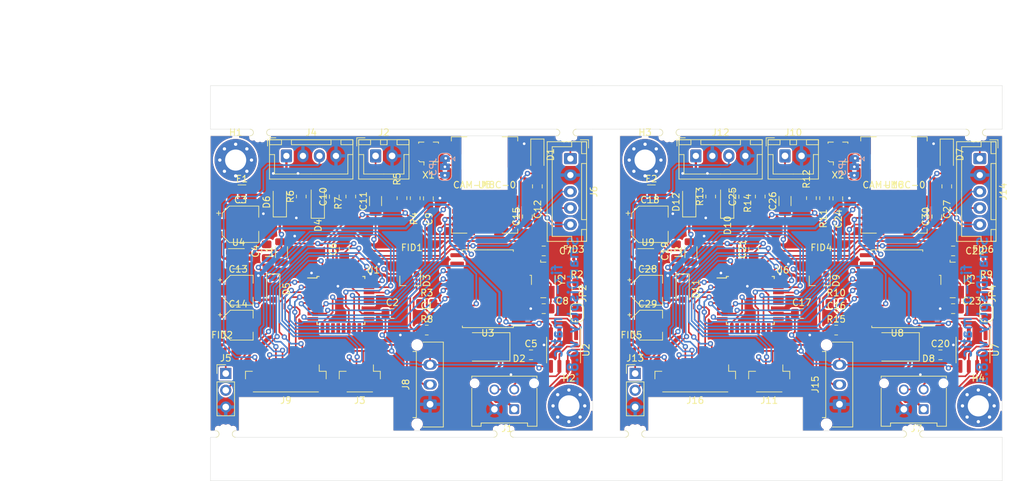
<source format=kicad_pcb>
(kicad_pcb (version 20221018) (generator pcbnew)
  (layers (0 "F.Cu" signal) (31 "B.Cu" signal) (34 "B.Paste" user) (35 "F.Paste" user) (36 "B.SilkS" user "B.Silkscreen") (37 "F.SilkS" user "F.Silkscreen") (38 "B.Mask" user) (39 "F.Mask" user) (44 "Edge.Cuts" user))
  (net 0 "")
  (net 1 "GND")
  (net 2 "Net-(U4-EN)")
  (net 3 "Net-(U4-SW)")
  (net 4 "SCK")
  (net 5 "MOSI")
  (net 6 "MISO")
  (net 7 "+5V")
  (net 8 "RESET")
  (net 9 "TXD")
  (net 10 "RXD")
  (net 11 "SCL")
  (net 12 "SDA")
  (net 13 "A3")
  (net 14 "A2")
  (net 15 "A1")
  (net 16 "A0")
  (net 17 "Net-(U4-BST)")
  (net 18 "Net-(U3-OSC1)")
  (net 19 "Net-(U3-OSC2)")
  (net 20 "KEY")
  (net 21 "+12V")
  (net 22 "Net-(J6-Pin_5)")
  (net 23 "Net-(D5-K)")
  (net 26 "INSTR.BEL")
  (net 27 "Net-(J2-Pin_1)")
  (net 28 "D22")
  (net 29 "D23")
  (net 30 "Net-(JP2-Pad1)")
  (net 31 "CANH")
  (net 32 "CANL")
  (net 33 "D24")
  (net 34 "D25")
  (net 35 "1WIRE")
  (net 36 "INT_CAN")
  (net 37 "SS")
  (net 38 "UPDI")
  (net 39 "Net-(U5-RF_OUT)")
  (net 40 "+3V3")
  (net 41 "Net-(U5-RF_IN)")
  (net 42 "Net-(X1-SIGNAL)")
  (net 43 "GPS_RXD")
  (net 44 "GPS_TXD")
  (net 45 "GPS_RESET")
  (net 46 "Net-(U3-~{RESET})")
  (net 47 "AREF")
  (net 50 "Net-(U2-TXD)")
  (net 51 "Net-(U2-RXD)")
  (net 67 "A4")
  (footprint "Capacitor_SMD:C_0805_2012Metric_Pad1.18x1.45mm_HandSolder" (layer "F.Cu") (at 101 57.2825 90)
    (fp_text reference "C12")
    (fp_text value "100n")
  )
  (footprint "Resistor_SMD:R_0805_2012Metric_Pad1.20x1.40mm_HandSolder" (layer "F.Cu") (at 84.25 79.07)
    (fp_text reference "R8")
    (fp_text value "4,7k")
  )
  (footprint "MountingHole:MountingHole_3.2mm_M3_Pad_Via" (layer "F.Cu") (at 55.31 53.299)
    (fp_text reference "H1")
    (fp_text value "MountingHole_Pad")
  )
  (footprint "Resistor_SMD:R_0805_2012Metric_Pad1.20x1.40mm_HandSolder" (layer "F.Cu") (at 84.25 75.07)
    (fp_text reference "R3")
    (fp_text value "10k")
  )
  (footprint "Capacitor_SMD:C_0805_2012Metric_Pad1.18x1.45mm_HandSolder" (layer "F.Cu") (at 70.25 58.845 90)
    (fp_text reference "C10")
    (fp_text value "100n")
  )
  (footprint "Capacitor_SMD:C_0805_2012Metric_Pad1.18x1.45mm_HandSolder" (layer "F.Cu") (at 71.75 66.7825 90)
    (fp_text reference "C6")
    (fp_text value "100n")
  )
  (footprint "Resistor_SMD:R_0805_2012Metric_Pad1.20x1.40mm_HandSolder" (layer "F.Cu") (at 80.5 59.07 -90)
    (fp_text reference "R5")
    (fp_text value "1k")
  )
  (footprint "Resistor_SMD:R_0805_2012Metric_Pad1.20x1.40mm_HandSolder" (layer "F.Cu") (at 65.25 58.82 90)
    (fp_text reference "R6")
    (fp_text value "22k 1%")
  )
  (footprint "Diode_SMD:D_MiniMELF" (layer "F.Cu") (at 67.75 59.57 90)
    (fp_text reference "D4")
    (fp_text value "BZV55-C12")
  )
  (footprint "Diode_SMD:D_SMB" (layer "F.Cu") (at 93.292 81.62 180)
    (fp_text reference "D2")
    (fp_text value "SMBJ5.0CA")
  )
  (footprint "Crystal:Crystal_SMD_EuroQuartz_MJ-4Pin_5.0x3.2mm" (layer "F.Cu") (at 101.9 71.47 -90)
    (fp_text reference "Y2")
    (fp_text value "16MHz")
  )
  (footprint "Capacitor_SMD:C_0805_2012Metric_Pad1.18x1.45mm_HandSolder" (layer "F.Cu") (at 101.9625 75.82 180)
    (fp_text reference "C8")
    (fp_text value "22p")
  )
  (footprint "Jumper:SolderJumper-2_P1.3mm_Open_RoundedPad1.0x1.5mm" (layer "F.Cu") (at 107 76.42 -90)
    (fp_text reference "JP2")
    (fp_text value "Jumper_NC_Small")
  )
  (footprint "Capacitor_SMD:C_0805_2012Metric_Pad1.18x1.45mm_HandSolder" (layer "F.Cu") (at 100.0375 82.82)
    (fp_text reference "C5")
    (fp_text value "100n")
  )
  (footprint "Package_SO:SOIC-8_3.9x4.9mm_P1.27mm" (layer "F.Cu") (at 104.967 82.095 -90)
    (fp_text reference "U2")
    (fp_text value "MCP2562-E-SN")
  )
  (footprint "MountingHole:MountingHole_3.2mm_M3_Pad_Via" (layer "F.Cu") (at 105.775056 90.556056)
    (fp_text reference "H2")
    (fp_text value "MountingHole_Pad")
  )
  (footprint "Resistor_SMD:R_0805_2012Metric_Pad1.20x1.40mm_HandSolder" (layer "F.Cu") (at 107 72.82 90)
    (fp_text reference "R2")
    (fp_text value "120")
  )
  (footprint "Capacitor_SMD:C_0805_2012Metric_Pad1.18x1.45mm_HandSolder" (layer "F.Cu") (at 84.2875 77.07)
    (fp_text reference "C1")
    (fp_text value "100n")
  )
  (footprint "Connector_JST:JST_XH_B2B-XH-A_1x02_P2.50mm_Vertical" (layer "F.Cu") (at 76.5 52.664)
    (fp_text reference "J2")
    (fp_text value "KEY")
  )
  (footprint "Package_QFP:TQFP-32_7x7mm_P0.8mm" (layer "F.Cu") (at 71.25 74.57)
    (fp_text reference "U1")
    (fp_text value "ATmega4808-A")
  )
  (footprint "Capacitor_SMD:C_0805_2012Metric_Pad1.18x1.45mm_HandSolder" (layer "F.Cu") (at 79.0375 76.57)
    (fp_text reference "C2")
    (fp_text value "100n")
  )
  (footprint "Package_SO:SOIC-18W_7.5x11.6mm_P1.27mm" (layer "F.Cu") (at 93.5 72.8 180)
    (fp_text reference "U3")
    (fp_text value "MCP2515-xSO")
  )
  (footprint "Resistor_SMD:R_0805_2012Metric_Pad1.20x1.40mm_HandSolder" (layer "F.Cu") (at 72.75 58.82 90)
    (fp_text reference "R7")
    (fp_text value "4,7k 1%")
  )
  (footprint "Fuse:Fuse_1210_3225Metric_Pad1.42x2.65mm_HandSolder" (layer "F.Cu") (at 56.2625 58.43)
    (fp_text reference "F1")
    (fp_text value "Polyfuse")
  )
  (footprint "Resistor_SMD:R_0805_2012Metric_Pad1.20x1.40mm_HandSolder" (layer "F.Cu") (at 82.5 59.07 -90)
    (fp_text reference "R4")
    (fp_text value "10k")
  )
  (footprint "Fiducial:Fiducial_0.5mm_Mask1mm" (layer "F.Cu") (at 53.25 81.32)
    (fp_text reference "FID2")
    (fp_text value "Fiducial")
  )
  (footprint "Fiducial:Fiducial_0.5mm_Mask1mm" (layer "F.Cu") (at 106.5 68.32)
    (fp_text reference "FID3")
    (fp_text value "Fiducial")
  )
  (footprint "Capacitor_SMD:CP_Elec_5x3.9" (layer "F.Cu") (at 56.05 63.03)
    (fp_text reference "C3")
    (fp_text value "22u")
  )
  (footprint "Capacitor_SMD:C_0805_2012Metric_Pad1.18x1.45mm_HandSolder" (layer "F.Cu") (at 60 67.1075 90)
    (fp_text reference "C4")
    (fp_text value "100n")
  )
  (footprint "Capacitor_SMD:CP_Elec_4x3.9" (layer "F.Cu") (at 55.7 73.03)
    (fp_text reference "C13")
    (fp_text value "22u")
  )
  (footprint "Capacitor_SMD:CP_Elec_4x3.9" (layer "F.Cu") (at 55.7 78.32)
    (fp_text reference "C14")
    (fp_text value "22u")
  )
  (footprint "Connector_JST:JST_XH_B5B-XH-A_1x05_P2.50mm_Vertical" (layer "F.Cu") (at 106 53.07 -90)
    (fp_text reference "J6")
    (fp_text value "PROG/SERIAL")
  )
  (footprint "Inductor_SMD:L_1206_3216Metric" (layer "F.Cu") (at 62.25 67.2575 90)
    (fp_text reference "L1")
    (fp_text value "4.7uH")
  )
  (footprint "Connector_Molex:Molex_Micro-Fit_3.0_43045-0412_2x02_P3.00mm_Vertical" (layer "F.Cu") (at 97.5 91.07 180)
    (fp_text reference "J1")
    (fp_text value "CAN")
  )
  (footprint "Connector_Molex:Molex_Micro-Fit_3.0_43650-0315_1x03_P3.00mm_Vertical" (layer "F.Cu") (at 84.75 90.32 90)
    (fp_text reference "J8")
    (fp_text value "Conn_01x03")
  )
  (footprint "Capacitor_SMD:C_0805_2012Metric_Pad1.18x1.45mm_HandSolder" (layer "F.Cu") (at 101.9625 67.07)
    (fp_text reference "C7")
    (fp_text value "22p")
  )
  (footprint "Connector_JST:JST_XH_B4B-XH-A_1x04_P2.50mm_Vertical" (layer "F.Cu") (at 63 52.664)
    (fp_text reference "J4")
    (fp_text value "PWR")
  )
  (footprint "Capacitor_SMD:C_1206_3216Metric_Pad1.33x1.80mm_HandSolder" (layer "F.Cu") (at 76.5 59.5075 90)
    (fp_text reference "C11")
    (fp_text value "1u")
  )
  (footprint "ublox_CAM_M8C:CAM-M8C-0" (layer "F.Cu") (at 93 57.07)
    (fp_text reference "U5")
    (fp_text value "CAM-M8C-0")
  )
  (footprint "Capacitor_SMD:C_0805_2012Metric_Pad1.18x1.45mm_HandSolder" (layer "F.Cu") (at 84.5 59.1075 90)
    (fp_text reference "C9")
    (fp_text value "100n")
  )
  (footprint "Package_TO_SOT_SMD:TSOT-23-6" (layer "F.Cu") (at 55.75 68.23)
    (fp_text reference "U4")
    (fp_text value "AP63203WU")
  )
  (footprint "Capacitor_SMD:C_0805_2012Metric_Pad1.18x1.45mm_HandSolder" (layer "F.Cu") (at 99.5 61.8575 90)
    (fp_text reference "C15")
    (fp_text value "100n")
  )
  (footprint "Connector_Coaxial:U.FL_Molex_MCRF_73412-0110_Vertical" (layer "F.Cu") (at 84.525 52.07)
    (fp_text reference "X1")
    (fp_text value "ANTENNA_U.FL")
  )
  (footprint "Fiducial:Fiducial_0.5mm_Mask1mm" (layer "F.Cu") (at 82 65.07 180)
    (fp_text reference "FID1")
    (fp_text value "Fiducial")
  )
  (footprint "Package_TO_SOT_SMD:SOT-23" (layer "F.Cu") (at 81.75 71.57 -90)
    (fp_text reference "D3")
    (fp_text value "SP0502BAHT")
  )
  (footprint "Diode_SMD:D_SOD-123" (layer "F.Cu") (at 61 72.82 -90)
    (fp_text reference "D5")
    (fp_text value "1N4148W")
  )
  (footprint "Diode_SMD:D_SOD-123" (layer "F.Cu") (at 62 59.67 90)
    (fp_text reference "D6")
    (fp_text value "1N4148W")
  )
  (footprint "Capacitor_SMD:C_0805_2012Metric_Pad1.18x1.45mm_HandSolder" (layer "F.Cu") (at 133.75 66.7825 90)
    (fp_text reference "C21")
    (fp_text value "100n")
  )
  (footprint "Capacitor_SMD:C_0805_2012Metric_Pad1.18x1.45mm_HandSolder" (layer "F.Cu") (at 163.9625 67.07)
    (fp_text reference "C22")
    (fp_text value "22p")
  )
  (footprint "Capacitor_SMD:C_0805_2012Metric_Pad1.18x1.45mm_HandSolder" (layer "F.Cu") (at 162.0375 82.82)
    (fp_text reference "C20")
    (fp_text value "100n")
  )
  (footprint "Capacitor_SMD:C_0805_2012Metric_Pad1.18x1.45mm_HandSolder" (layer "F.Cu") (at 141.0375 76.57)
    (fp_text reference "C17")
    (fp_text value "100n")
  )
  (footprint "Diode_SMD:D_SOD-123" (layer "F.Cu") (at 123 72.82 -90)
    (fp_text reference "D11")
    (fp_text value "1N4148W")
  )
  (footprint "Package_QFP:TQFP-32_7x7mm_P0.8mm" (layer "F.Cu") (at 133.25 74.57)
    (fp_text reference "U6")
    (fp_text value "ATmega4808-A")
  )
  (footprint "Resistor_SMD:R_0805_2012Metric_Pad1.20x1.40mm_HandSolder" (layer "F.Cu") (at 146.25 75.07)
    (fp_text reference "R10")
    (fp_text value "10k")
  )
  (footprint "Connector_JST:JST_SH_BM10B-SRSS-TB_1x10-1MP_P1.00mm_Vertical" (layer "F.Cu") (at 62.91 86.43 180)
    (fp_text reference "J9")
    (fp_text value "Conn_01x10_MountingPin")
  )
  (footprint "Capacitor_SMD:C_1206_3216Metric_Pad1.33x1.80mm_HandSolder" (layer "F.Cu") (at 138.5 59.5075 90)
    (fp_text reference "C26")
    (fp_text value "1u")
  )
  (footprint "Capacitor_SMD:CP_Elec_5x3.9" (layer "F.Cu") (at 118.05 63.03)
    (fp_text reference "C18")
    (fp_text value "22u")
  )
  (footprint "Resistor_SMD:R_0805_2012Metric_Pad1.20x1.40mm_HandSolder" (layer "F.Cu") (at 127.25 58.82 90)
    (fp_text reference "R13")
    (fp_text value "22k 1%")
  )
  (footprint "Diode_SMD:D_SMB" (layer "F.Cu") (at 155.292 81.62 180)
    (fp_text reference "D8")
    (fp_text value "SMBJ5.0CA")
  )
  (footprint "Capacitor_SMD:C_0805_2012Metric_Pad1.18x1.45mm_HandSolder" (layer "F.Cu") (at 146.5 59.1075 90)
    (fp_text reference "C24")
    (fp_text value "100n")
  )
  (footprint "Diode_SMD:D_MiniMELF" (layer "F.Cu") (at 129.75 59.57 90)
    (fp_text reference "D10")
    (fp_text value "BZV55-C12")
  )
  (footprint "Connector_PinHeader_2.54mm:PinHeader_1x03_P2.54mm_Vertical" (layer "F.Cu") (at 115.81 85.65)
    (fp_text reference "J13")
    (fp_text value "Conn_01x03")
  )
  (footprint "Connector_JST:JST_SH_BM10B-SRSS-TB_1x10-1MP_P1.00mm_Vertical" (layer "F.Cu") (at 124.91 86.43 180)
    (fp_text reference "J16")
    (fp_text value "Conn_01x10_MountingPin")
  )
  (footprint "Resistor_SMD:R_0805_2012Metric_Pad1.20x1.40mm_HandSolder" (layer "F.Cu") (at 146.25 79.07)
    (fp_text reference "R15")
    (fp_text value "4,7k")
  )
  (footprint "Connector_JST:JST_SH_BM04B-SRSS-TB_1x04-1MP_P1.00mm_Vertical" (layer "F.Cu") (at 74.11 86.43 180)
    (fp_text reference "J3")
    (fp_text value "LCD")
  )
  (footprint "Package_SO:SOIC-8_3.9x4.9mm_P1.27mm" (layer "F.Cu") (at 166.967 82.095 -90)
    (fp_text reference "U7")
    (fp_text value "MCP2562-E-SN")
  )
  (footprint "Resistor_SMD:R_0805_2012Metric_Pad1.20x1.40mm_HandSolder" (layer "F.Cu") (at 134.75 58.82 90)
    (fp_text reference "R14")
    (fp_text value "4,7k 1%")
  )
  (footprint "Capacitor_SMD:C_0805_2012Metric_Pad1.18x1.45mm_HandSolder" (layer "F.Cu") (at 122 67.1075 90)
    (fp_text reference "C19")
    (fp_text value "100n")
  )
  (footprint "Resistor_SMD:R_0805_2012Metric_Pad1.20x1.40mm_HandSolder" (layer "F.Cu") (at 142.5 59.07 -90)
    (fp_text reference "R12")
    (fp_text value "1k")
  )
  (footprint "Connector_JST:JST_SH_BM04B-SRSS-TB_1x04-1MP_P1.00mm_Vertical" (layer "F.Cu") (at 136.11 86.43 180)
    (fp_text reference "J11")
    (fp_text value "LCD")
  )
  (footprint "Connector_JST:JST_XH_B2B-XH-A_1x02_P2.50mm_Vertical" (layer "F.Cu") (at 138.5 52.664)
    (fp_text reference "J10")
    (fp_text value "KEY")
  )
  (footprint "Connector_JST:JST_XH_B4B-XH-A_1x04_P2.50mm_Vertical" (layer "F.Cu") (at 125 52.664)
    (fp_text reference "J12")
    (fp_text value "PWR")
  )
  (footprint "Resistor_SMD:R_0805_2012Metric_Pad1.20x1.40mm_HandSolder" (layer "F.Cu") (at 169 72.82 90)
    (fp_text reference "R9")
    (fp_text value "120")
  )
  (footprint "fiz-o-matic:mouse-bite-1mm-slot" (layer "F.Cu") (at 95.9 94.82 180)
    (fp_text reference "mouse-bite-1mm-slot" hide)
    (fp_text value "VAL**" hide)
  )
  (footprint "Diode_SMD:D_SOD-123" (layer "F.Cu") (at 101 52.47 -90)
    (fp_text reference "D1")
    (fp_text value "1N4148W")
  )
  (footprint "fiz-o-matic:mouse-bite-1mm-slot" (layer "F.Cu") (at 167.4 49.12)
    (fp_text reference "mouse-bite-1mm-slot" hide)
    (fp_text value "VAL**" hide)
  )
  (footprint "Package_TO_SOT_SMD:SOT-23" (layer "F.Cu") (at 143.75 71.57 -90)
    (fp_text reference "D9")
    (fp_text value "SP0502BAHT")
  )
  (footprint "Fuse:Fuse_1210_3225Metric_Pad1.42x2.65mm_HandSolder" (layer "F.Cu") (at 118.2625 58.43)
    (fp_text reference "F2")
    (fp_text value "Polyfuse")
  )
  (footprint "fiz-o-matic:mouse-bite-1mm-slot" (layer "F.Cu") (at 115.8 94.82 180)
    (fp_text reference "mouse-bite-1mm-slot" hide)
    (fp_text value "VAL**" hide)
  )
  (footprint "MountingHole:MountingHole_3.2mm_M3_Pad_Via" (layer "F.Cu") (at 117.31 53.299)
    (fp_text reference "H3")
    (fp_text value "MountingHole_Pad")
  )
  (footprint "Jumper:SolderJumper-2_P1.3mm_Open_RoundedPad1.0x1.5mm" (layer "F.Cu") (at 169 76.42 -90)
    (fp_text reference "JP4")
    (fp_text value "Jumper_NC_Small")
  )
  (footprint "Resistor_SMD:R_0805_2012Metric_Pad1.20x1.40mm_HandSolder" (layer "F.Cu") (at 144.5 59.07 -90)
    (fp_text reference "R11")
    (fp_text value "10k")
  )
  (footprint "Capacitor_SMD:CP_Elec_4x3.9" (layer "F.Cu") (at 117.7 78.32)
    (fp_text reference "C29")
    (fp_text value "22u")
  )
  (footprint "Connector_JST:JST_XH_B5B-XH-A_1x05_P2.50mm_Vertical" (layer "F.Cu") (at 168 53.07 -90)
    (fp_text reference "J14")
    (fp_text value "PROG/SERIAL")
  )
  (footprint "Connector_Molex:Molex_Micro-Fit_3.0_43650-0315_1x03_P3.00mm_Vertical" (layer "F.Cu") (at 146.75 90.32 90)
    (fp_text reference "J15")
    (fp_text value "Conn_01x03")
  )
  (footprint "Capacitor_SMD:C_0805_2012Metric_Pad1.18x1.45mm_HandSolder" (layer "F.Cu") (at 132.25 58.845 90)
    (fp_text reference "C25")
    (fp_text value "100n")
  )
  (footprint "Diode_SMD:D_SOD-123" (layer "F.Cu") (at 124 59.67 90)
    (fp_text reference "D12")
    (fp_text value "1N4148W")
  )
  (footprint "MountingHole:MountingHole_3.2mm_M3_Pad_Via" (layer "F.Cu") (at 167.775056 90.556056)
    (fp_text reference "H4")
    (fp_text value "MountingHole_Pad")
  )
  (footprint "fiz-o-matic:mouse-bite-1mm-slot" (layer "F.Cu") (at 105.4 49.12)
    (fp_text reference "mouse-bite-1mm-slot" hide)
    (fp_text value "VAL**" hide)
  )
  (footprint "fiz-o-matic:mouse-bite-1mm-slot" (layer "F.Cu") (at 121 49.12)
    (fp_text reference "mouse-bite-1mm-slot" hide)
    (fp_text value "VAL**" hide)
  )
  (footprint "Connector_Molex:Molex_Micro-Fit_3.0_43045-0412_2x02_P3.00mm_Vertical" (layer "F.Cu") (at 159.5 91.07 180)
    (fp_text reference "J7")
    (fp_text value "CAN")
  )
  (footprint "Fiducial:Fiducial_0.5mm_Mask1mm" (layer "F.Cu") (at 168.5 68.32)
    (fp_text reference "FID6")
    (fp_text value "Fiducial")
  )
  (footprint "Connector_PinHeader_2.54mm:PinHeader_1x03_P2.54mm_Vertical" (layer "F.Cu") (at 53.81 85.65)
    (fp_text reference "J5")
    (fp_text value "Conn_01x03")
  )
  (footprint "fiz-o-matic:mouse-bite-1mm-slot" (layer "F.Cu") (at 53.8 94.82 180)
    (fp_text reference "mouse-bite-1mm-slot" hide)
    (fp_text value "VAL**" hide)
  )
  (footprint "Connector_Coaxial:U.FL_Molex_MCRF_73412-0110_Vertical" (layer "F.Cu") (at 146.525 52.07)
    (fp_text reference "X2")
    (fp_text value "ANTENNA_U.FL")
  )
  (footprint "Package_SO:SOIC-18W_7.5x11.6mm_P1.27mm" (layer "F.Cu") (at 155.5 72.8 180)
    (fp_text reference "U8")
    (fp_text value "MCP2515-xSO")
  )
  (footprint "Capacitor_SMD:C_0805_2012Metric_Pad1.18x1.45mm_HandSolder" (layer "F.Cu") (at 146.2875 77.07)
    (fp_text reference "C16")
    (fp_text value "100n")
  )
  (footprint "Capacitor_SMD:C_0805_2012Metric_Pad1.18x1.45mm_HandSolder" (layer "F.Cu") (at 163.9625 75.82 180)
    (fp_text reference "C23")
    (fp_text value "22p")
  )
  (footprint "Inductor_SMD:L_1206_3216Metric" (layer "F.Cu") (at 124.25 67.2575 90)
    (fp_text reference "L2")
    (fp_text value "4.7uH")
  )
  (footprint "Fiducial:Fiducial_0.5mm_Mask1mm" (layer "F.Cu") (at 115.25 81.32)
    (fp_text reference "FID5")
    (fp_text value "Fiducial")
  )
  (footprint "Diode_SMD:D_SOD-123" (layer "F.Cu") (at 163 52.47 -90)
    (fp_text reference "D7")
    (fp_text value "1N4148W")
  )
  (footprint "Package_TO_SOT_SMD:TSOT-23-6" (layer "F.Cu") (at 117.75 68.23)
    (fp_text reference "U9")
    (fp_text value "AP63203WU")
  )
  (footprint "ublox_CAM_M8C:CAM-M8C-0" (layer "F.Cu") (at 155 57.07)
    (fp_text reference "U10")
    (fp_text value "CAM-M8C-0")
  )
  (footprint "Capacitor_SMD:C_0805_2012Metric_Pad1.18x1.45mm_HandSolder" (layer "F.Cu") (at 161.5 61.8575 90)
    (fp_text reference "C30")
    (fp_text value "100n")
  )
  (footprint "Capacitor_SMD:C_0805_2012Metric_Pad1.18x1.45mm_HandSolder" (layer "F.Cu") (at 163 57.2825 90)
    (fp_text reference "C27")
    (fp_text value "100n")
  )
  (footprint "Capacitor_SMD:CP_Elec_4x3.9" (layer "F.Cu") (at 117.7 73.03)
    (fp_text reference "C28")
    (fp_text value "22u")
  )
  (footprint "fiz-o-matic:mouse-bite-1mm-slot" (layer "F.Cu") (at 157.9 94.82 180)
    (fp_text reference "mouse-bite-1mm-slot" hide)
    (fp_text value "VAL**" hide)
  )
  (footprint "Crystal:Crystal_SMD_EuroQuartz_MJ-4Pin_5.0x3.2mm" (layer "F.Cu") (at 163.9 71.47 -90)
    (fp_text reference "Y3")
    (fp_text value "16MHz")
  )
  (footprint "Fiducial:Fiducial_0.5mm_Mask1mm" (layer "F.Cu") (at 144 65.07 180)
    (fp_text reference "FID4")
    (fp_text value "Fiducial")
  )
  (footprint "fiz-o-matic:mouse-bite-1mm-slot" (layer "F.Cu") (at 59 49.12)
    (fp_text reference "mouse-bite-1mm-slot" hide)
    (fp_text value "VAL**" hide)
  )
  (footprint "Jumper:SolderJumper-3_P1.3mm_Bridged12_RoundedPad1.0x1.5mm" (layer "B.Cu") (at 87 54.32 -90)
    (fp_text reference "JP3")
    (fp_text value "Jumper_NC_Dual")
  )
  (footprint "Jumper:SolderJumper-3_P1.3mm_Bridged12_RoundedPad1.0x1.5mm" (layer "B.Cu") (at 149 54.32 -90)
    (fp_text reference "JP5")
    (fp_text value "Jumper_NC_Dual")
  )
  (gr_line (start 79.186 94.32) (end 94.4 94.32) (stroke (width 0.05)) (layer "Edge.Cuts"))
  (gr_line (start 55.818 89.24) (end 79.186 89.24) (stroke (width 0.05)) (layer "Edge.Cuts"))
  (gr_line (start 109.4 94.32) (end 109.4 49.62) (stroke (width 0.05)) (layer "Edge.Cuts"))
  (gr_line (start 55.818 89.24) (end 55.818 94.32) (stroke (width 0.05)) (layer "Edge.Cuts"))
  (gr_line (start 51.5 94.32) (end 51.5 49.62) (stroke (width 0.05)) (layer "Edge.Cuts"))
  (gr_line (start 79.186 89.24) (end 79.186 94.32) (stroke (width 0.05)) (layer "Edge.Cuts"))
  (gr_line (start 165.9 48.62) (end 122.5 48.62) (stroke (width 0.05)) (layer "Edge.Cuts"))
  (gr_arc (start 103.9 48.62) (mid 104.4 49.12) (end 103.9 49.62) (stroke (width 0.05)) (layer "Edge.Cuts"))
  (gr_line (start 159.4 94.32) (end 171.4 94.32) (stroke (width 0.05)) (layer "Edge.Cuts"))
  (gr_line (start 55.3 94.32) (end 55.818 94.32) (stroke (width 0.05)) (layer "Edge.Cuts"))
  (gr_line (start 109.4 42.02) (end 113.5 42.02) (stroke (width 0.05)) (layer "Edge.Cuts"))
  (gr_line (start 141.186 94.32) (end 156.4 94.32) (stroke (width 0.05)) (layer "Edge.Cuts"))
  (gr_arc (start 122.5 49.62) (mid 122 49.12) (end 122.5 48.62) (stroke (width 0.05)) (layer "Edge.Cuts"))
  (gr_line (start 97.4 95.32) (end 109.4 95.32) (stroke (width 0.05)) (layer "Edge.Cuts"))
  (gr_line (start 113.5 94.32) (end 114.3 94.32) (stroke (width 0.05)) (layer "Edge.Cuts"))
  (gr_line (start 159.4 95.32) (end 171.4 95.32) (stroke (width 0.05)) (layer "Edge.Cuts"))
  (gr_line (start 171.4 94.32) (end 171.4 49.62) (stroke (width 0.05)) (layer "Edge.Cuts"))
  (gr_line (start 57.5 48.62) (end 51.5 48.62) (stroke (width 0.05)) (layer "Edge.Cuts"))
  (gr_line (start 171.4 101.92) (end 113.5 101.92) (stroke (width 0.05)) (layer "Edge.Cuts"))
  (gr_arc (start 165.9 48.62) (mid 166.4 49.12) (end 165.9 49.62) (stroke (width 0.05)) (layer "Edge.Cuts"))
  (gr_arc (start 106.9 49.62) (mid 106.4 49.12) (end 106.9 48.62) (stroke (width 0.05)) (layer "Edge.Cuts"))
  (gr_line (start 106.9 48.62) (end 109.4 48.62) (stroke (width 0.05)) (layer "Edge.Cuts"))
  (gr_arc (start 168.9 49.62) (mid 168.4 49.12) (end 168.9 48.62) (stroke (width 0.05)) (layer "Edge.Cuts"))
  (gr_line (start 109.4 48.62) (end 113.5 48.62) (stroke (width 0.05)) (layer "Edge.Cuts"))
  (gr_arc (start 159.4 95.32) (mid 158.9 94.82) (end 159.4 94.32) (stroke (width 0.05)) (layer "Edge.Cuts"))
  (gr_line (start 113.5 49.62) (end 119.5 49.62) (stroke (width 0.05)) (layer "Edge.Cuts"))
  (gr_arc (start 114.3 94.32) (mid 114.8 94.82) (end 114.3 95.32) (stroke (width 0.05)) (layer "Edge.Cuts"))
  (gr_arc (start 119.5 48.62) (mid 120 49.12) (end 119.5 49.62) (stroke (width 0.05)) (layer "Edge.Cuts"))
  (gr_arc (start 117.3 95.32) (mid 116.8 94.82) (end 117.3 94.32) (stroke (width 0.05)) (layer "Edge.Cuts"))
  (gr_line (start 60.5 49.62) (end 103.9 49.62) (stroke (width 0.05)) (layer "Edge.Cuts"))
  (gr_line (start 109.4 101.92) (end 51.5 101.92) (stroke (width 0.05)) (layer "Edge.Cuts"))
  (gr_line (start 51.5 95.32) (end 51.5 101.92) (stroke (width 0.05)) (layer "Edge.Cuts"))
  (gr_line (start 117.3 95.32) (end 156.4 95.32) (stroke (width 0.05)) (layer "Edge.Cuts"))
  (gr_line (start 171.4 95.32) (end 171.4 101.92) (stroke (width 0.05)) (layer "Edge.Cuts"))
  (gr_line (start 106.9 49.62) (end 109.4 49.62) (stroke (width 0.05)) (layer "Edge.Cuts"))
  (gr_line (start 119.5 48.62) (end 113.5 48.62) (stroke (width 0.05)) (layer "Edge.Cuts"))
  (gr_line (start 168.9 48.62) (end 171.4 48.62) (stroke (width 0.05)) (layer "Edge.Cuts"))
  (gr_line (start 113.5 101.92) (end 109.4 101.92) (stroke (width 0.05)) (layer "Edge.Cuts"))
  (gr_line (start 51.5 49.62) (end 57.5 49.62) (stroke (width 0.05)) (layer "Edge.Cuts"))
  (gr_arc (start 97.4 95.32) (mid 96.9 94.82) (end 97.4 94.32) (stroke (width 0.05)) (layer "Edge.Cuts"))
  (gr_arc (start 60.5 49.62) (mid 60 49.12) (end 60.5 48.62) (stroke (width 0.05)) (layer "Edge.Cuts"))
  (gr_line (start 141.186 89.24) (end 141.186 94.32) (stroke (width 0.05)) (layer "Edge.Cuts"))
  (gr_line (start 51.5 42.02) (end 109.4 42.02) (stroke (width 0.05)) (layer "Edge.Cuts"))
  (gr_line (start 113.5 94.32) (end 113.5 49.62) (stroke (width 0.05)) (layer "Edge.Cuts"))
  (gr_line (start 114.3 95.32) (end 113.5 95.32) (stroke (width 0.05)) (layer "Edge.Cuts"))
  (gr_line (start 117.818 89.24) (end 117.818 94.32) (stroke (width 0.05)) (layer "Edge.Cuts"))
  (gr_line (start 51.5 94.32) (end 52.3 94.32) (stroke (width 0.05)) (layer "Edge.Cuts"))
  (gr_line (start 55.3 95.32) (end 94.4 95.32) (stroke (width 0.05)) (layer "Edge.Cuts"))
  (gr_line (start 113.5 42.02) (end 171.4 42.02) (stroke (width 0.05)) (layer "Edge.Cuts"))
  (gr_line (start 168.9 49.62) (end 171.4 49.62) (stroke (width 0.05)) (layer "Edge.Cuts"))
  (gr_arc (start 52.3 94.32) (mid 52.8 94.82) (end 52.3 95.32) (stroke (width 0.05)) (layer "Edge.Cuts"))
  (gr_arc (start 94.4 94.32) (mid 94.9 94.82) (end 94.4 95.32) (stroke (width 0.05)) (layer "Edge.Cuts"))
  (gr_arc (start 55.3 95.32) (mid 54.8 94.82) (end 55.3 94.32) (stroke (width 0.05)) (layer "Edge.Cuts"))
  (gr_line (start 117.3 94.32) (end 117.818 94.32) (stroke (width 0.05)) (layer "Edge.Cuts"))
  (gr_arc (start 57.5 48.62) (mid 58 49.12) (end 57.5 49.62) (stroke (width 0.05)) (layer "Edge.Cuts"))
  (gr_line (start 52.3 95.32) (end 51.5 95.32) (stroke (width 0.05)) (layer "Edge.Cuts"))
  (gr_line (start 103.9 48.62) (end 60.5 48.62) (stroke (width 0.05)) (layer "Edge.Cuts"))
  (gr_line (start 171.4 48.62) (end 171.4 42.02) (stroke (width 0.05)) (layer "Edge.Cuts"))
  (gr_arc (start 156.4 94.32) (mid 156.9 94.82) (end 156.4 95.32) (stroke (width 0.05)) (layer "Edge.Cuts"))
  (gr_line (start 122.5 49.62) (end 165.9 49.62) (stroke (width 0.05)) (layer "Edge.Cuts"))
  (gr_line (start 109.4 95.32) (end 113.5 95.32) (stroke (width 0.05)) (layer "Edge.Cuts"))
  (gr_line (start 51.5 48.62) (end 51.5 42.02) (stroke (width 0.05)) (layer "Edge.Cuts"))
  (gr_line (start 117.818 89.24) (end 141.186 89.24) (stroke (width 0.05)) (layer "Edge.Cuts"))
  (gr_line (start 97.4 94.32) (end 109.4 94.32) (stroke (width 0.05)) (layer "Edge.Cuts"))
  (gr_text "fiz-o-matic\nSmartDisplay v0.8.1" (at 105.2 76.22 90) (layer "B.Cu") (effects (font (size 1.5 1.5) (thickness 0.3)) (justify mirror)))
  (gr_text "fiz-o-matic\nSmartDisplay v0.8.1" (at 167.2 76.22 90) (layer "B.Cu") (effects (font (size 1.5 1.5) (thickness 0.3)) (justify mirror)))
  (via (at 126.5 62.07) (size 0.8) (drill 0.4) (layers "F.Cu" "B.Cu") (net 1))
  (via (at 58.75 70.82) (size 0.8) (drill 0.4) (layers "F.Cu" "B.Cu") (net 1))
  (via (at 66.8 70.42) (size 0.8) (drill 0.4) (layers "F.Cu" "B.Cu") (net 1))
  (via (at 132.8 72.42) (size 0.8) (drill 0.4) (layers "F.Cu" "B.Cu") (net 1))
  (via (at 77 69.07) (size 0.8) (drill 0.4) (layers "F.Cu" "B.Cu") (net 1))
  (via (at 161 50.82) (size 0.8) (drill 0.4) (layers "F.Cu" "B.Cu") (net 1))
  (via (at 64.75 55.32) (size 0.8) (drill 0.4) (layers "F.Cu" "B.Cu") (net 1))
  (via (at 148.25 59.07) (size 0.8) (drill 0.4) (layers "F.Cu" "B.Cu") (net 1))
  (via (at 128.8 70.42) (size 0.8) (drill 0.4) (layers "F.Cu" "B.Cu") (net 1))
  (via (at 159 85.82) (size 0.8) (drill 0.4) (layers "F.Cu" "B.Cu") (net 1))
  (via (at 102 81.32) (size 0.8) (drill 0.4) (layers "F.Cu" "B.Cu") (net 1))
  (via (at 142.25 79.82) (size 0.8) (drill 0.4) (layers "F.Cu" "B.Cu") (net 1))
  (via (at 100 75.82) (size 0.8) (drill 0.4) (layers "F.Cu" "B.Cu") (net 1))
  (via (at 86.25 59.07) (size 0.8) (drill 0.4) (layers "F.Cu" "B.Cu") (net 1))
  (via (at 139 69.07) (size 0.8) (drill 0.4) (layers "F.Cu" "B.Cu") (net 1))
  (via (at 84.75 61.57) (size 0.8) (drill 0.4) (layers "F.Cu" "B.Cu") (net 1))
  (via (at 120.75 70.82) (size 0.8) (drill 0.4) (layers "F.Cu" "B.Cu") (net 1))
  (via (at 146.75 61.57) (size 0.8) (drill 0.4) (layers "F.Cu" "B.Cu") (net 1))
  (via (at 164 81.32) (size 0.8) (drill 0.4) (layers "F.Cu" "B.Cu") (net 1))
  (via (at 75.75 70.57) (size 0.8) (drill 0.4) (layers "F.Cu" "B.Cu") (net 1))
  (via (at 99 50.82) (size 0.8) (drill 0.4) (layers "F.Cu" "B.Cu") (net 1))
  (via (at 126.25 64.82) (size 0.8) (drill 0.4) (layers "F.Cu" "B.Cu") (net 1))
  (via (at 64.25 64.82) (size 0.8) (drill 0.4) (layers "F.Cu" "B.Cu") (net 1))
  (via (at 59.51 61.43) (size 0.8) (drill 0.4) (layers "F.Cu" "B.Cu") (net 1))
  (via (at 123 55.32) (size 0.8) (drill 0.4) (layers "F.Cu" "B.Cu") (net 1))
  (via (at 162 75.82) (size 0.8) (drill 0.4) (layers "F.Cu" "B.Cu") (net 1))
  (via (at 64.5 62.07) (size 0.8) (drill 0.4) (layers "F.Cu" "B.Cu") (net 1))
  (via (at 121.51 61.43) (size 0.8) (drill 0.4) (layers "F.Cu" "B.Cu") (net 1))
  (via (at 61 55.32) (size 0.8) (drill 0.4) (layers "F.Cu" "B.Cu") (net 1))
  (via (at 97 85.82) (size 0.8) (drill 0.4) (layers "F.Cu" "B.Cu") (net 1))
  (via (at 80.25 79.82) (size 0.8) (drill 0.4) (layers "F.Cu" "B.Cu") (net 1))
  (via (at 126.75 55.32) (size 0.8) (drill 0.4) (layers "F.Cu" "B.Cu") (net 1))
  (via (at 137.75 70.57) (size 0.8) (drill 0.4) (layers "F.Cu" "B.Cu") (net 1))
  (via (at 70.8 72.42) (size 0.8) (drill 0.4) (layers "F.Cu" "B.Cu") (net 1))
  (segment (start 132.844 53.476) (end 132.844 52.664) (width 0.25) (layer "B.Cu") (net 1))
  (segment (start 70.844 53.476) (end 70.844 52.664) (width 0.25) (layer "B.Cu") (net 1))
  (segment (start 53.11 67.83) (end 53.51 68.23) (width 0.35) (layer "F.Cu") (net 2))
  (segment (start 115.85 63.03) (end 115.85 65.09) (width 0.35) (layer "F.Cu") (net 2))
  (segment (start 115.85 61.09) (end 115.85 63.03) (width 0.35) (layer "F.Cu") (net 2))
  (segment (start 54.44 68.23) (end 54.44 69.18) (width 0.35) (layer "F.Cu") (net 2))
  (segment (start 53.51 68.23) (end 54.44 68.23) (width 0.35) (layer "F.Cu") (net 2))
  (segment (start 115.85 65.09) (end 115.11 65.83) (width 0.35) (layer "F.Cu") (net 2))
  (segment (start 115.11 65.83) (end 115.11 67.83) (width 0.35) (layer "F.Cu") (net 2))
  (segment (start 115.11 67.83) (end 115.51 68.23) (width 0.35) (layer "F.Cu") (net 2))
  (segment (start 116.775 58.43) (end 116.775 60.165) (width 0.35) (layer "F.Cu") (net 2))
  (segment (start 116.775 60.165) (end 115.85 61.09) (width 0.35) (layer "F.Cu") (net 2))
  (segment (start 54.775 58.43) (end 54.775 60.165) (width 0.35) (layer "F.Cu") (net 2))
  (segment (start 53.85 63.03) (end 53.85 65.09) (width 0.35) (layer "F.Cu") (net 2))
  (segment (start 53.11 65.83) (end 53.11 67.83) (width 0.35) (layer "F.Cu") (net 2))
  (segment (start 116.44 68.23) (end 116.44 69.18) (width 0.35) (layer "F.Cu") (net 2))
  (segment (start 115.51 68.23) (end 116.44 68.23) (width 0.35) (layer "F.Cu") (net 2))
  (segment (start 54.775 60.165) (end 53.85 61.09) (width 0.35) (layer "F.Cu") (net 2))
  (segment (start 53.85 65.09) (end 53.11 65.83) (width 0.35) (layer "F.Cu") (net 2))
  (segment (start 53.85 61.09) (end 53.85 63.03) (width 0.35) (layer "F.Cu") (net 2))
  (segment (start 61.075 68.145) (end 61.25 68.32) (width 0.25) (layer "F.Cu") (net 3))
  (segment (start 60 68.145) (end 61.075 68.145) (width 0.25) (layer "F.Cu") (net 3))
  (segment (start 122 68.145) (end 123.075 68.145) (width 0.25) (layer "F.Cu") (net 3))
  (segment (start 123.25 68.32) (end 124.25 68.32) (width 0.25) (layer "F.Cu") (net 3))
  (segment (start 123.075 68.145) (end 123.25 68.32) (width 0.25) (layer "F.Cu") (net 3))
  (segment (start 61.25 68.32) (end 62.25 68.32) (width 0.25) (layer "F.Cu") (net 3))
  (segment (start 63.77 74.07) (end 65 74.07) (width 0.25) (layer "F.Cu") (net 4))
  (segment (start 124.71 75.805305) (end 124.71 75.13) (width 0.25) (layer "F.Cu") (net 4))
  (segment (start 63.41 85.105) (end 63.41 76.505305) (width 0.25) (layer "F.Cu") (net 4))
  (segment (start 125.41 76.505305) (end 124.71 75.805305) (width 0.25) (layer "F.Cu") (net 4))
  (segment (start 129 74.17) (end 127.1 74.17) (width 0.25) (layer "F.Cu") (net 4))
  (segment (start 62.71 75.805305) (end 62.71 75.13) (width 0.25) (layer "F.Cu") (net 4))
  (segment (start 148.96 71.53) (end 148.75 71.32) (width 0.25) (layer "F.Cu") (net 4))
  (segment (start 65.1 74.17) (end 65 74.07) (width 0.25) (layer "F.Cu") (net 4))
  (segment (start 62.71 75.13) (end 63.77 74.07) (width 0.25) (layer "F.Cu") (net 4))
  (segment (start 63.41 76.505305) (end 62.71 75.805305) (width 0.25) (layer "F.Cu") (net 4))
  (segment (start 127.1 74.17) (end 127 74.07) (width 0.25) (layer "F.Cu") (net 4))
  (segment (start 125.41 85.105) (end 125.41 76.505305) (width 0.25) (layer "F.Cu") (net 4))
  (segment (start 88.85 71.53) (end 86.96 71.53) (width 0.25) (layer "F.Cu") (net 4))
  (segment (start 67 74.17) (end 65.1 74.17) (width 0.25) (layer "F.Cu") (net 4))
  (segment (start 125.77 74.07) (end 127 74.07) (width 0.25) (layer "F.Cu") (net 4))
  (segment (start 86.96 71.53) (end 86.75 71.32) (width 0.25) (layer "F.Cu") (net 4))
  (segment (start 124.71 75.13) (end 125.77 74.07) (width 0.25) (layer "F.Cu") (net 4))
  (segment (start 150.85 71.53) (end 148.96 71.53) (width 0.25) (layer "F.Cu") (net 4))
  (via (at 126.274999 76.344999) (size 0.8) (drill 0.4) (layers "F.Cu" "B.Cu") (net 4))
  (via (at 86.75 71.32) (size 0.8) (drill 0.4) (layers "F.Cu" "B.Cu") (net 4))
  (via (at 65 74.07) (size 0.8) (drill 0.4) (layers "F.Cu" "B.Cu") (net 4))
  (via (at 148.75 71.32) (size 0.8) (drill 0.4) (layers "F.Cu" "B.Cu") (net 4))
  (via (at 127 74.07) (size 0.8) (drill 0.4) (layers "F.Cu" "B.Cu") (net 4))
  (via (at 64.274999 76.344999) (size 0.8) (drill 0.4) (layers "F.Cu" "B.Cu") (net 4))
  (segment (start 126.274999 76.545001) (end 126.274999 76.344999) (width 0.25) (layer "B.Cu") (net 4))
  (segment (start 64.651999 78.045001) (end 64.274999 77.668001) (width 0.25) (layer "B.Cu") (net 4))
  (segment (start 142.25 77.82) (end 127.573002 77.82) (width 0.25) (layer "B.Cu") (net 4))
  (segment (start 64.274999 76.545001) (end 64.274999 76.344999) (width 0.25) (layer "B.Cu") (net 4))
  (segment (start 126.274999 77.668001) (end 126.274999 76.545001) (width 0.25) (layer "B.Cu") (net 4))
  (segment (start 127.573002 77.82) (end 127.348001 78.045001) (width 0.25) (layer "B.Cu") (net 4))
  (segment (start 65.573002 77.82) (end 65.348001 78.045001) (width 0.25) (layer "B.Cu") (net 4))
  (segment (start 86.75 71.32) (end 80.25 77.82) (width 0.25) (layer "B.Cu") (net 4))
  (segment (start 126.651999 78.045001) (end 126.274999 77.668001) (width 0.25) (layer "B.Cu") (net 4))
  (segment (start 148.75 71.32) (end 142.25 77.82) (width 0.25) (layer "B.Cu") (net 4))
  (segment (start 64.274999 77.668001) (end 64.274999 76.545001) (width 0.25) (layer "B.Cu") (net 4))
  (segment (start 64.274999 76.344999) (end 64.274999 74.795001) (width 0.25) (layer "B.Cu") (net 4))
  (segment (start 126.274999 76.344999) (end 126.274999 74.795001) (width 0.25) (layer "B.Cu") (net 4))
  (segment (start 65.348001 78.045001) (end 64.651999 78.045001) (width 0.25) (layer "B.Cu") (net 4))
  (segment (start 126.274999 74.795001) (end 127 74.07) (width 0.25) (layer "B.Cu") (net 4))
  (segment (start 80.25 77.82) (end 65.573002 77.82) (width 0.25) (layer "B.Cu") (net 4))
  (segment (start 64.274999 74.795001) (end 65 74.07) (width 0.25) (layer "B.Cu") (net 4))
  (segment (start 127.348001 78.045001) (end 126.651999 78.045001) (width 0.25) (layer "B.Cu") (net 4))
  (segment (start 88.85 72.8) (end 87.02 72.8) (width 0.25) (layer "F.Cu") (net 5))
  (segment (start 126.999999 76.044694) (end 126.558769 75.603464) (width 0.25) (layer "F.Cu") (net 5))
  (segment (start 87.02 72.8) (end 86.75 73.07) (width 0.25) (layer "F.Cu") (net 5))
  (segment (start 64.558769 75.603464) (end 63.533464 75.603464) (width 0.25) (layer "F.Cu") (net 5))
  (segment (start 64.41 85.105) (end 64.41 77.235303) (width 0.25) (layer "F.Cu") (net 5))
  (segment (start 150.85 72.8) (end 149.02 72.8) (width 0.25) (layer "F.Cu") (net 5))
  (segment (start 126.999999 76.645304) (end 126.999999 76.044694) (width 0.25) (layer "F.Cu") (net 5))
  (segment (start 149.02 72.8) (end 148.75 73.07) (width 0.25) (layer "F.Cu") (net 5))
  (segment (start 64.999999 76.645304) (end 64.999999 76.044694) (width 0.25) (layer "F.Cu") (net 5))
  (segment (start 64.999999 76.044694) (end 64.558769 75.603464) (width 0.25) (layer "F.Cu") (net 5))
  (segment (start 65.25 72.57) (end 67 72.57) (width 0.25) (layer "F.Cu") (net 5))
  (segment (start 64.41 77.235303) (end 64.999999 76.645304) (width 0.25) (layer "F.Cu") (net 5))
  (segment (start 126.558769 75.603464) (end 125.533464 75.603464) (width 0.25) (layer "F.Cu") (net 5))
  (segment (start 127.25 72.57) (end 129 72.57) (width 0.25) (layer "F.Cu") (net 5))
  (segment (start 126.41 85.105) (end 126.41 77.235303) (width 0.25) (layer "F.Cu") (net 5))
  (segment (start 126.41 77.235303) (end 126.999999 76.645304) (width 0.25) (layer "F.Cu") (net 5))
  (via (at 63.533464 75.603464) (size 0.8) (drill 0.4) (layers "F.Cu" "B.Cu") (net 5))
  (via (at 148.75 73.07) (size 0.8) (drill 0.4) (layers "F.Cu" "B.Cu") (net 5))
  (via (at 86.75 73.07) (size 0.8) (drill 0.4) (layers "F.Cu" "B.Cu") (net 5))
  (via (at 65.25 72.57) (size 0.8) (drill 0.4) (layers "F.Cu" "B.Cu") (net 5))
  (via (at 125.533464 75.603464) (size 0.8) (drill 0.4) (layers "F.Cu" "B.Cu") (net 5))
  (via (at 127.25 72.57) (size 0.8) (drill 0.4) (layers "F.Cu" "B.Cu") (net 5))
  (segment (start 63.533464 75.603464) (end 63.533464 74.286536) (width 0.25) (layer "B.Cu") (net 5))
  (segment (start 125.533464 77.562876) (end 126.465599 78.495011) (width 0.25) (layer "B.Cu") (net 5))
  (segment (start 63.533464 75.874085) (end 63.533464 77.562876) (width 0.25) (layer "B.Cu") (net 5))
  (segment (start 125.533464 75.603464) (end 125.533464 74.286536) (width 0.25) (layer "B.Cu") (net 5))
  (segment (start 125.533464 74.286536) (end 125.824989 73.995011) (width 0.25) (layer "B.Cu") (net 5))
  (segment (start 125.533464 75.874085) (end 125.533464 75.603464) (width 0.25) (layer "B.Cu") (net 5))
  (segment (start 63.824989 73.995011) (end 65.25 72.57) (width 0.25) (layer "B.Cu") (net 5))
  (segment (start 125.533464 75.874085) (end 125.533464 77.562876) (width 0.25) (layer "B.Cu") (net 5))
  (segment (start 125.824989 73.995011) (end 127.25 72.57) (width 0.25) (layer "B.Cu") (net 5))
  (segment (start 63.533464 77.562876) (end 64.465599 78.495011) (width 0.25) (layer "B.Cu") (net 5))
  (segment (start 64.465599 78.495011) (end 81.324989 78.495011) (width 0.25) (layer "B.Cu") (net 5))
  (segment (start 63.533464 75.874085) (end 63.533464 75.603464) (width 0.25) (layer "B.Cu") (net 5))
  (segment (start 148.75 73.07) (end 143.324989 78.495011) (width 0.25) (layer "B.Cu") (net 5))
  (segment (start 126.465599 78.495011) (end 143.324989 78.495011) (width 0.25) (layer "B.Cu") (net 5))
  (segment (start 86.75 73.07) (end 81.324989 78.495011) (width 0.25) (layer "B.Cu") (net 5))
  (segment (start 63.533464 74.286536) (end 63.824989 73.995011) (width 0.25) (layer "B.Cu") (net 5))
  (segment (start 63.737347 73.057347) (end 64 73.32) (width 0.25) (layer "F.Cu") (net 6))
  (segment (start 65.21 81.13) (end 65.41 81.33) (width 0.25) (layer "F.Cu") (net 6))
  (segment (start 87.25 74.07) (end 87 74.32) (width 0.25) (layer "F.Cu") (net 6))
  (segment (start 149.25 74.07) (end 149 74.32) (width 0.25) (layer "F.Cu") (net 6))
  (segment (start 64 73.32) (end 66.95 73.32) (width 0.25) (layer "F.Cu") (net 6))
  (segment (start 125.737347 73.057347) (end 123.925 74.869694) (width 0.25) (layer "F.Cu") (net 6))
  (segment (start 66.95 73.32) (end 67 73.37) (width 0.25) (layer "F.Cu") (net 6))
  (segment (start 125.737347 73.057347) (end 126 73.32) (width 0.25) (layer "F.Cu") (net 6))
  (segment (start 61.925 79.3695) (end 62.6855 80.13) (width 0.25) (layer "F.Cu") (net 6))
  (segment (start 63.737347 73.057347) (end 61.925 74.869694) (width 0.25) (layer "F.Cu") (net 6))
  (segment (start 150.85 74.07) (end 149.25 74.07) (width 0.25) (layer "F.Cu") (net 6))
  (segment (start 88.85 74.07) (end 87.25 74.07) (width 0.25) (layer "F.Cu") (net 6))
  (segment (start 127.21 81.13) (end 127.41 81.33) (width 0.25) (layer "F.Cu") (net 6))
  (segment (start 123.925 74.869694) (end 123.925 79.3695) (width 0.25) (layer "F.Cu") (net 6))
  (segment (start 128.95 73.32) (end 129 73.37) (width 0.25) (layer "F.Cu") (net 6))
  (segment (start 127.41 81.33) (end 127.41 85.105) (width 0.25) (layer "F.Cu") (net 6))
  (segment (start 61.925 74.869694) (end 61.925 79.3695) (width 0.25) (layer "F.Cu") (net 6))
  (segment (start 65.41 81.33) (end 65.41 85.105) (width 0.25) (layer "F.Cu") (net 6))
  (segment (start 123.925 79.3695) (end 124.6855 80.13) (width 0.25) (layer "F.Cu") (net 6))
  (segment (start 126 73.32) (end 128.95 73.32) (width 0.25) (layer "F.Cu") (net 6))
  (via (at 149 74.32) (size 0.8) (drill 0.4) (layers "F.Cu" "B.Cu") (net 6))
  (via (at 63.737347 73.057347) (size 0.8) (drill 0.4) (layers "F.Cu" "B.Cu") (net 6))
  (via (at 124.6855 80.13) (size 0.8) (drill 0.4) (layers "F.Cu" "B.Cu") (net 6))
  (via (at 65.21 81.13) (size 0.8) (drill 0.4) (layers "F.Cu" "B.Cu") (net 6))
  (via (at 87 74.32) (size 0.8) (drill 0.4) (layers "F.Cu" "B.Cu") (net 6))
  (via (at 125.737347 73.057347) (size 0.8) (drill 0.4) (layers "F.Cu" "B.Cu") (net 6))
  (via (at 62.6855 80.13) (size 0.8) (drill 0.4) (layers "F.Cu" "B.Cu") (net 6))
  (via (at 127.21 81.13) (size 0.8) (drill 0.4) (layers "F.Cu" "B.Cu") (net 6))
  (segment (start 62.808463 74.011537) (end 63.737347 73.082653) (width 0.25) (layer "B.Cu") (net 6))
  (segment (start 64.279197 78.945019) (end 62.808463 77.474285) (width 0.25) (layer "B.Cu") (net 6))
  (segment (start 87 74.32) (end 82.374981 78.945019) (width 0.25) (layer "B.Cu") (net 6))
  (segment (start 125.737347 73.082653) (end 125.737347 73.057347) (width 0.25) (layer "B.Cu") (net 6))
  (segment (start 124.6855 80.13) (end 125.6855 81.13) (width 0.25) (layer "B.Cu") (net 6))
  (segment (start 62.808463 77.474285) (end 62.808463 74.011537) (width 0.25) (layer "B.Cu") (net 6))
  (segment (start 125.6855 81.13) (end 127.21 81.13) (width 0.25) (layer "B.Cu") (net 6))
  (segment (start 63.737347 73.082653) (end 63.737347 73.057347) (width 0.25) (layer "B.Cu") (net 6))
  (segment (start 62.6855 80.13) (end 63.6855 81.13) (width 0.25) (layer "B.Cu") (net 6))
  (segment (start 63.6855 81.13) (end 65.21 81.13) (width 0.25) (layer "B.Cu") (net 6))
  (segment (start 124.808463 77.474285) (end 124.808463 74.011537) (width 0.25) (layer "B.Cu") (net 6))
  (segment (start 126.279197 78.945019) (end 124.808463 77.474285) (width 0.25) (layer "B.Cu") (net 6))
  (segment (start 82.374981 78.945019) (end 64.279197 78.945019) (width 0.25) (layer "B.Cu") (net 6))
  (segment (start 144.374981 78.945019) (end 126.279197 78.945019) (width 0.25) (layer "B.Cu") (net 6))
  (segment (start 149 74.32) (end 144.374981 78.945019) (width 0.25) (layer "B.Cu") (net 6))
  (segment (start 124.808463 74.011537) (end 125.737347 73.082653) (width 0.25) (layer "B.Cu") (net 6))
  (segment (start 166.332 79.62) (end 166.332 80.488) (width 0.35) (layer "F.Cu") (net 7))
  (segment (start 157.25 77.57) (end 157.25 81.428) (width 0.35) (layer "F.Cu") (net 7))
  (segment (start 104.332 80.488) (end 102 82.82) (width 0.35) (layer "F.Cu") (net 7))
  (segment (start 157.442 81.62) (end 162.8 81.62) (width 0.35) (layer "F.Cu") (net 7))
  (segment (start 157.442 84.378) (end 157.442 81.62) (width 0.35) (layer "F.Cu") (net 7))
  (segment (start 104.332 79.62) (end 104.332 80.488) (width 0.35) (layer "F.Cu") (net 7))
  (segment (start 166.332 80.488) (end 164 82.82) (width 0.35) (layer "F.Cu") (net 7))
  (segment (start 102 82.82) (end 101.075 82.82) (width 0.35) (layer "F.Cu") (net 7))
  (segment (start 101.075 81.895) (end 101.075 82.82) (width 0.35) (layer "F.Cu") (net 7))
  (segment (start 157.25 81.428) (end 157.442 81.62) (width 0.35) (layer "F.Cu") (net 7))
  (segment (start 95.442 81.62) (end 96.2 81.62) (width 0.35) (layer "F.Cu") (net 7))
  (segment (start 159.5 91.07) (end 158.374999 89.944999) (width 0.35) (layer "F.Cu") (net 7))
  (segment (start 155.374999 88.610001) (end 155.374999 86.445001) (width 0.35) (layer "F.Cu") (net 7))
  (segment (start 164 82.82) (end 163.075 82.82) (width 0.35) (layer "F.Cu") (net 7))
  (segment (start 93.374999 88.610001) (end 93.374999 86.445001) (width 0.35) (layer "F.Cu") (net 7))
  (segment (start 59.35 74.47) (end 59 74.82) (width 0.35) (layer "F.Cu") (net 7))
  (segment (start 100.8 81.62) (end 101.075 81.895) (width 0.35) (layer "F.Cu") (net 7))
  (segment (start 121.35 74.47) (end 121 74.82) (width 0.35) (layer "F.Cu") (net 7))
  (segment (start 123 74.47) (end 121.35 74.47) (width 0.35) (layer "F.Cu") (net 7))
  (segment (start 94.709997 89.944999) (end 93.374999 88.610001) (width 0.35) (layer "F.Cu") (net 7))
  (segment (start 162.8 81.62) (end 163.075 81.895) (width 0.35) (layer "F.Cu") (net 7))
  (segment (start 163.075 81.895) (end 163.075 82.82) (width 0.35) (layer "F.Cu") (net 7))
  (segment (start 93.374999 86.445001) (end 95.442 84.378) (width 0.35) (layer "F.Cu") (net 7))
  (segment (start 157.442 81.62) (end 158.2 81.62) (width 0.35) (layer "F.Cu") (net 7))
  (segment (start 96.374999 89.944999) (end 94.709997 89.944999) (width 0.35) (layer "F.Cu") (net 7))
  (segment (start 95.25 81.428) (end 95.442 81.62) (width 0.35) (layer "F.Cu") (net 7))
  (segment (start 158.374999 89.944999) (end 156.709997 89.944999) (width 0.35) (layer "F.Cu") (net 7))
  (segment (start 97.5 91.07) (end 96.374999 89.944999) (width 0.35) (layer "F.Cu") (net 7))
  (segment (start 61 74.47) (end 59.35 74.47) (width 0.35) (layer "F.Cu") (net 7))
  (segment (start 95.442 84.378) (end 95.442 81.62) (width 0.35) (layer "F.Cu") (net 7))
  (segment (start 95.442 81.62) (end 100.8 81.62) (width 0.35) (layer "F.Cu") (net 7))
  (segment (start 156.709997 89.944999) (end 155.374999 88.610001) (width 0.35) (layer "F.Cu") (net 7))
  (segment (start 155.374999 86.445001) (end 157.442 84.378) (width 0.35) (layer "F.Cu") (net 7))
  (segment (start 59 74.82) (end 58.5 75.32) (width 0.35) (layer "F.Cu") (net 7))
  (segment (start 121 74.82) (end 120.5 75.32) (width 0.35) (layer "F.Cu") (net 7))
  (segment (start 95.25 77.57) (end 95.25 81.428) (width 0.35) (layer "F.Cu") (net 7))
  (via (at 157.25 77.57) (size 0.8) (drill 0.4) (layers "F.Cu" "B.Cu") (net 7))
  (via (at 95.25 77.57) (size 0.8) (drill 0.4) (layers "F.Cu" "B.Cu") (net 7))
  (via (at 58.5 75.32) (size 0.8) (drill 0.4) (layers "F.Cu" "B.Cu") (net 7))
  (via (at 120.5 75.32) (size 0.8) (drill 0.4) (layers "F.Cu" "B.Cu") (net 7))
  (segment (start 61.69552 63.644981) (end 80.324981 63.644981) (width 0.35) (layer "B.Cu") (net 7))
  (segment (start 87.775001 65.887881) (end 95.25 73.36288) (width 0.35) (layer "B.Cu") (net 7))
  (segment (start 119.724999 67.615502) (end 123.69552 63.644981) (width 0.35) (layer "B.Cu") (net 7))
  (segment (start 142.324981 63.644981) (end 143.074981 63.644981) (width 0.35) (layer "B.Cu") (net 7))
  (segment (start 81.074981 63.644981) (end 84.674963 60.044999) (width 0.35) (layer "B.Cu") (net 7))
  (segment (start 143.074981 63.644981) (end 146.674963 60.044999) (width 0.35) (layer "B.Cu") (net 7))
  (segment (start 123.69552 63.644981) (end 142.324981 63.644981) (width 0.35) (layer "B.Cu") (net 7))
  (segment (start 87.775001 60.697999) (end 87.775001 65.887881) (width 0.35) (layer "B.Cu") (net 7))
  (segment (start 157.25 73.36288) (end 157.25 77.57) (width 0.35) (layer "B.Cu") (net 7))
  (segment (start 57.724999 67.615502) (end 61.69552 63.644981) (width 0.35) (layer "B.Cu") (net 7))
  (segment (start 149.122001 60.044999) (end 149.775001 60.697999) (width 0.35) (layer "B.Cu") (net 7))
  (segment (start 80.324981 63.644981) (end 81.074981 63.644981) (width 0.35) (layer "B.Cu") (net 7))
  (segment (start 146.674963 60.044999) (end 149.122001 60.044999) (width 0.35) (layer "B.Cu") (net 7))
  (segment (start 119.724999 74.544999) (end 119.724999 67.615502) (width 0.35) (layer "B.Cu") (net 7))
  (segment (start 95.25 73.36288) (end 95.25 77.57) (width 0.35) (layer "B.Cu") (net 7))
  (segment (start 87.122001 60.044999) (end 87.775001 60.697999) (width 0.35) (layer "B.Cu") (net 7))
  (segment (start 120.5 75.32) (end 119.724999 74.544999) (width 0.35) (layer "B.Cu") (net 7))
  (segment (start 149.775001 60.697999) (end 149.775001 65.887881) (width 0.35) (layer "B.Cu") (net 7))
  (segment (start 58.5 75.32) (end 57.724999 74.544999) (width 0.35) (layer "B.Cu") (net 7))
  (segment (start 149.775001 65.887881) (end 157.25 73.36288) (width 0.35) (layer "B.Cu") (net 7))
  (segment (start 57.724999 74.544999) (end 57.724999 67.615502) (width 0.35) (layer "B.Cu") (net 7))
  (segment (start 84.674963 60.044999) (end 87.122001 60.044999) (width 0.35) (layer "B.Cu") (net 7))
  (segment (start 90.25 66.82) (end 91 67.57) (width 0.25) (layer "F.Cu") (net 8))
  (segment (start 74.24999 68.27001) (end 76.0636 68.27001) (width 0.25) (layer "F.Cu") (net 8))
  (segment (start 148.436401 68.270009) (end 149.88641 66.82) (width 0.25) (layer "F.Cu") (net 8))
  (segment (start 73.25 70.32) (end 73.25 69.27) (width 0.25) (layer "F.Cu") (net 8))
  (segment (start 163 56.245) (end 163 55.32) (width 0.25) (layer "F.Cu") (net 8))
  (segment (start 161.5 55.32) (end 163 55.32) (width 0.25) (layer "F.Cu") (net 8))
  (segment (start 73.25 69.27) (end 74.24999 68.27001) (width 0.25) (layer "F.Cu") (net 8))
  (segment (start 143.25 68.27001) (end 148.436401 68.270009) (width 0.25) (layer "F.Cu") (net 8))
  (segment (start 81.25 68.27001) (end 86.436401 68.270009) (width 0.25) (layer "F.Cu") (net 8))
  (segment (start 135.25 69.27) (end 136.24999 68.27001) (width 0.25) (layer "F.Cu") (net 8))
  (segment (start 135.25 70.32) (end 135.25 69.27) (width 0.25) (layer "F.Cu") (net 8))
  (segment (start 152.25 66.82) (end 153 67.57) (width 0.25) (layer "F.Cu") (net 8))
  (segment (start 163 55.32) (end 163 54.12) (width 0.25) (layer "F.Cu") (net 8))
  (segment (start 101 55.32) (end 101 54.12) (width 0.25) (layer "F.Cu") (net 8))
  (segment (start 87.88641 66.82) (end 90.25 66.82) (width 0.25) (layer "F.Cu") (net 8))
  (segment (start 86.436401 68.270009) (end 87.88641 66.82) (width 0.25) (layer "F.Cu") (net 8))
  (segment (start 76.0636 68.27001) (end 81.25 68.27001) (width 0.25) (layer "F.Cu") (net 8))
  (segment (start 101 56.245) (end 101 55.32) (width 0.25) (layer "F.Cu") (net 8))
  (segment (start 99.5 55.32) (end 101 55.32) (width 0.25) (layer "F.Cu") (net 8))
  (segment (start 136.24999 68.27001) (end 138.0636 68.27001) (width 0.25) (layer "F.Cu") (net 8))
  (segment (start 149.88641 66.82) (end 152.25 66.82) (width 0.25) (layer "F.Cu") (net 8))
  (segment (start 138.0636 68.27001) (end 143.25 68.27001) (width 0.25) (layer "F.Cu") (net 8))
  (via (at 161.5 55.32) (size 0.8) (drill 0.4) (layers "F.Cu" "B.Cu") (net 8))
  (via (at 99.5 55.32) (size 0.8) (drill 0.4) (layers "F.Cu" "B.Cu") (net 8))
  (via (at 153 67.57) (size 0.8) (drill 0.4) (layers "F.Cu" "B.Cu") (net 8))
  (via (at 91 67.57) (size 0.8) (drill 0.4) (layers "F.Cu" "B.Cu") (net 8))
  (segment (start 98.25 62.32) (end 98.25 56.57) (width 0.25) (layer "B.Cu") (net 8))
  (segment (start 95.75 64.82) (end 98.25 62.32) (width 0.25) (layer "B.Cu") (net 8))
  (segment (start 98.25 56.57) (end 99.5 55.32) (width 0.25) (layer "B.Cu") (net 8))
  (segment (start 91 67.57) (end 90.524999 67.094999) (width 0.25) (layer "B.Cu") (net 8))
  (segment (start 157.75 64.82) (end 160.25 62.32) (width 0.25) (layer "B.Cu") (net 8))
  (segment (start 90.524999 67.094999) (end 90.524999 65.946999) (width 0.25) (layer "B.Cu") (net 8))
  (segment (start 160.25 56.57) (end 161.5 55.32) (width 0.25) (layer "B.Cu") (net 8))
  (segment (start 153 67.57) (end 152.524999 67.094999) (width 0.25) (layer "B.Cu") (net 8))
  (segment (start 152.524999 67.094999) (end 152.524999 65.946999) (width 0.25) (layer "B.Cu") (net 8))
  (segment (start 152.524999 65.946999) (end 153.651998 64.82) (width 0.25) (layer "B.Cu") (net 8))
  (segment (start 91.651998 64.82) (end 95.75 64.82) (width 0.25) (layer "B.Cu") (net 8))
  (segment (start 160.25 62.32) (end 160.25 56.57) (width 0.25) (layer "B.Cu") (net 8))
  (segment (start 153.651998 64.82) (end 157.75 64.82) (width 0.25) (layer "B.Cu") (net 8))
  (segment (start 90.524999 65.946999) (end 91.651998 64.82) (width 0.25) (layer "B.Cu") (net 8))
  (segment (start 76.25 67.82) (end 86.25 67.82) (width 0.25) (layer "F.Cu") (net 9))
  (segment (start 73.26249 64.83249) (end 76.25 67.82) (width 0.25) (layer "F.Cu") (net 9))
  (segment (start 132.05 70.32) (end 132.05 65.81931) (width 0.25) (layer "F.Cu") (net 9))
  (segment (start 132.05 65.81931) (end 133.03682 64.83249) (width 0.25) (layer "F.Cu") (net 9))
  (segment (start 149.775 66.295) (end 153.25 66.295) (width 0.25) (layer "F.Cu") (net 9))
  (segment (start 70.05 70.32) (end 70.05 65.81931) (width 0.25) (layer "F.Cu") (net 9))
  (segment (start 148.25 67.82) (end 149.775 66.295) (width 0.25) (layer "F.Cu") (net 9))
  (segment (start 138.25 67.82) (end 148.25 67.82) (width 0.25) (layer "F.Cu") (net 9))
  (segment (start 86.25 67.82) (end 87.775 66.295) (width 0.25) (layer "F.Cu") (net 9))
  (segment (start 70.05 65.81931) (end 71.03682 64.83249) (width 0.25) (layer "F.Cu") (net 9))
  (segment (start 87.775 66.295) (end 91.25 66.295) (width 0.25) (layer "F.Cu") (net 9))
  (segment (start 135.26249 64.83249) (end 138.25 67.82) (width 0.25) (layer "F.Cu") (net 9))
  (segment (start 133.03682 64.83249) (end 135.26249 64.83249) (width 0.25) (layer "F.Cu") (net 9))
  (segment (start 71.03682 64.83249) (end 73.26249 64.83249) (width 0.25) (layer "F.Cu") (net 9))
  (via (at 91.25 66.295) (size 0.8) (drill 0.4) (layers "F.Cu" "B.Cu") (net 9))
  (via (at 153.25 66.295) (size 0.8) (drill 0.4) (layers "F.Cu" "B.Cu") (net 9))
  (segment (start 104.75 58.07) (end 106 58.07) (width 0.25) (layer "B.Cu") (net 9))
  (segment (start 96.525 66.295) (end 104.75 58.07) (width 0.25) (layer "B.Cu") (net 9))
  (segment (start 158.525 66.295) (end 166.75 58.07) (width 0.25) (layer "B.Cu") (net 9))
  (segment (start 153.25 66.295) (end 158.525 66.295) (width 0.25) (layer "B.Cu") (net 9))
  (segment (start 91.25 66.295) (end 96.525 66.295) (width 0.25) (layer "B.Cu") (net 9))
  (segment (start 166.75 58.07) (end 168 58.07) (width 0.25) (layer "B.Cu") (net 9))
  (segment (start 165.25 61.82) (end 166.5 60.57) (width 0.25) (layer "F.Cu") (net 10))
  (segment (start 138.13641 67.07) (end 148 67.07) (width 0.25) (layer "F.Cu") (net 10))
  (segment (start 69.25 65.9829) (end 70.85042 64.38248) (width 0.25) (layer "F.Cu") (net 10))
  (segment (start 69.25 70.32) (end 69.25 65.9829) (width 0.25) (layer "F.Cu") (net 10))
  (segment (start 87.5 65.57) (end 101.5 65.57) (width 0.25) (layer "F.Cu") (net 10))
  (segment (start 103.25 61.82) (end 104.5 60.57) (width 0.25) (layer "F.Cu") (net 10))
  (segment (start 166.5 60.57) (end 168 60.57) (width 0.25) (layer "F.Cu") (net 10))
  (segment (start 165.25 63.82) (end 165.25 61.82) (width 0.25) (layer "F.Cu") (net 10))
  (segment (start 149.5 65.57) (end 163.5 65.57) (width 0.25) (layer "F.Cu") (net 10))
  (segment (start 104.5 60.57) (end 106 60.57) (width 0.25) (layer "F.Cu") (net 10))
  (segment (start 148 67.07) (end 149.5 65.57) (width 0.25) (layer "F.Cu") (net 10))
  (segment (start 70.85042 64.38248) (end 73.448891 64.382481) (width 0.25) (layer "F.Cu") (net 10))
  (segment (start 76.13641 67.07) (end 86 67.07) (width 0.25) (layer "F.Cu") (net 10))
  (segment (start 73.448891 64.382481) (end 76.13641 67.07) (width 0.25) (layer "F.Cu") (net 10))
  (segment (start 101.5 65.57) (end 103.25 63.82) (width 0.25) (layer "F.Cu") (net 10))
  (segment (start 132.85042 64.38248) (end 135.448891 64.382481) (width 0.25) (layer "F.Cu") (net 10))
  (segment (start 131.25 70.32) (end 131.25 65.9829) (width 0.25) (layer "F.Cu") (net 10))
  (segment (start 86 67.07) (end 87.5 65.57) (width 0.25) (layer "F.Cu") (net 10))
  (segment (start 131.25 65.9829) (end 132.85042 64.38248) (width 0.25) (layer "F.Cu") (net 10))
  (segment (start 135.448891 64.382481) (end 138.13641 67.07) (width 0.25) (layer "F.Cu") (net 10))
  (segment (start 163.5 65.57) (end 165.25 63.82) (width 0.25) (layer "F.Cu") (net 10))
  (segment (start 103.25 63.82) (end 103.25 61.82) (width 0.25) (layer "F.Cu") (net 10))
  (segment (start 129 71.77) (end 126.3 71.77) (width 0.25) (layer "F.Cu") (net 11))
  (segment (start 126.3 71.77) (end 126.25 71.82) (width 0.25) (layer "F.Cu") (net 11))
  (segment (start 72.61 83.23) (end 72.51 83.13) (width 0.25) (layer "F.Cu") (net 11))
  (segment (start 72.61 85.105) (end 72.61 83.23) (width 0.25) (layer "F.Cu") (net 11))
  (segment (start 134.61 83.23) (end 134.51 83.13) (width 0.25) (layer "F.Cu") (net 11))
  (segment (start 67 71.77) (end 64.3 71.77) (width 0.25) (layer "F.Cu") (net 11))
  (segment (start 64.3 71.77) (end 64.25 71.82) (width 0.25) (layer "F.Cu") (net 11))
  (segment (start 134.61 85.105) (end 134.61 83.23) (width 0.25) (layer "F.Cu") (net 11))
  (via (at 72.51 83.13) (size 0.8) (drill 0.4) (layers "F.Cu" "B.Cu") (net 11))
  (via (at 64.25 71.82) (size 0.8) (drill 0.4) (layers "F.Cu" "B.Cu") (net 11))
  (via (at 134.51 83.13) (size 0.8) (drill 0.4) (layers "F.Cu" "B.Cu") (net 11))
  (via (at 126.25 71.82) (size 0.8) (drill 0.4) (layers "F.Cu" "B.Cu") (net 11))
  (segment (start 134.31 79.57) (end 126.267768 79.57) (width 0.25) (layer "B.Cu") (net 11))
  (segment (start 72.51 83.13) (end 73.235 83.855) (width 0.25) (layer "B.Cu") (net 11))
  (segment (start 62.358453 73.145862) (end 63.684315 71.82) (width 0.25) (layer "B.Cu") (net 11))
  (segment (start 64.267768 79.57) (end 62.358453 77.660685) (width 0.25) (layer "B.Cu") (net 11))
  (segment (start 136.435 81.695) (end 134.31 79.57) (width 0.25) (layer "B.Cu") (net 11))
  (segment (start 72.31 79.57) (end 64.267768 79.57) (width 0.25) (layer "B.Cu") (net 11))
  (segment (start 73.235 83.855) (end 74.185 83.855) (width 0.25) (layer "B.Cu") (net 11))
  (segment (start 74.185 83.855) (end 74.435 83.605) (width 0.25) (layer "B.Cu") (net 11))
  (segment (start 134.51 83.13) (end 135.235 83.855) (width 0.25) (layer "B.Cu") (net 11))
  (segment (start 74.435 83.605) (end 74.435 81.695) (width 0.25) (layer "B.Cu") (net 11))
  (segment (start 74.435 81.695) (end 72.31 79.57) (width 0.25) (layer "B.Cu") (net 11))
  (segment (start 135.235 83.855) (end 136.185 83.855) (width 0.25) (layer "B.Cu") (net 11))
  (segment (start 126.267768 79.57) (end 124.358453 77.660685) (width 0.25) (layer "B.Cu") (net 11))
  (segment (start 125.684315 71.82) (end 126.25 71.82) (width 0.25) (layer "B.Cu") (net 11))
  (segment (start 124.358453 77.660685) (end 124.358453 73.145862) (width 0.25) (layer "B.Cu") (net 11))
  (segment (start 63.684315 71.82) (end 64.25 71.82) (width 0.25) (layer "B.Cu") (net 11))
  (segment (start 62.358453 77.660685) (end 62.358453 73.145862) (width 0.25) (layer "B.Cu") (net 11))
  (segment (start 124.358453 73.145862) (end 125.684315 71.82) (width 0.25) (layer "B.Cu") (net 11))
  (segment (start 136.435 83.605) (end 136.435 81.695) (width 0.25) (layer "B.Cu") (net 11))
  (segment (start 136.185 83.855) (end 136.435 83.605) (width 0.25) (layer "B.Cu") (net 11))
  (segment (start 68.45 68.77) (end 68.25 68.57) (width 0.25) (layer "F.Cu") (net 12))
  (segment (start 68.45 70.32) (end 68.45 68.77) (width 0.25) (layer "F.Cu") (net 12))
  (segment (start 135.61 83.23) (end 135.71 83.13) (width 0.25) (layer "F.Cu") (net 12))
  (segment (start 73.61 85.105) (end 73.61 83.23) (width 0.25) (layer "F.Cu") (net 12))
  (segment (start 130.45 70.32) (end 130.45 68.77) (width 0.25) (layer "F.Cu") (net 12))
  (segment (start 135.61 85.105) (end 135.61 83.23) (width 0.25) (layer "F.Cu") (net 12))
  (segment (start 73.61 83.23) (end 73.71 83.13) (width 0.25) (layer "F.Cu") (net 12))
  (segment (start 130.45 68.77) (end 130.25 68.57) (width 0.25) (layer "F.Cu") (net 12))
  (via (at 73.71 83.13) (size 0.8) (drill 0.4) (layers "F.Cu" "B.Cu") (net 12))
  (via (at 130.25 68.57) (size 0.8) (drill 0.4) (layers "F.Cu" "B.Cu") (net 12))
  (via (at 135.71 83.13) (size 0.8) (drill 0.4) (layers "F.Cu" "B.Cu") (net 12))
  (via (at 68.25 68.57) (size 0.8) (drill 0.4) (layers "F.Cu" "B.Cu") (net 12))
  (segment (start 135.71 81.62001) (end 134.11 80.02001) (width 0.25) (layer "B.Cu") (net 12))
  (segment (start 72.11 80.02001) (end 64.081368 80.02001) (width 0.25) (layer "B.Cu") (net 12))
  (segment (start 135.71 83.13) (end 135.71 81.62001) (width 0.25) (layer "B.Cu") (net 12))
  (segment (start 134.11 80.02001) (end 126.081368 80.02001) (width 0.25) (layer "B.Cu") (net 12))
  (segment (start 73.71 83.13) (end 73.71 81.62001) (width 0.25) (layer "B.Cu") (net 12))
  (segment (start 123.908444 72.959463) (end 128.297907 68.57) (width 0.25) (layer "B.Cu") (net 12))
  (segment (start 64.081368 80.02001) (end 61.908444 77.847086) (width 0.25) (layer "B.Cu") (net 12))
  (segment (start 128.297907 68.57) (end 130.25 68.57) (width 0.25) (layer "B.Cu") (net 12))
  (segment (start 66.297907 68.57) (end 68.25 68.57) (width 0.25) (layer "B.Cu") (net 12))
  (segment (start 61.908444 77.847086) (end 61.908444 72.959463) (width 0.25) (layer "B.Cu") (net 12))
  (segment (start 73.71 81.62001) (end 72.11 80.02001) (width 0.25) (layer "B.Cu") (net 12))
  (segment (start 123.908444 77.847086) (end 123.908444 72.959463) (width 0.25) (layer "B.Cu") (net 12))
  (segment (start 126.081368 80.02001) (end 123.908444 77.847086) (width 0.25) (layer "B.Cu") (net 12))
  (segment (start 61.908444 72.959463) (end 66.297907 68.57) (width 0.25) (layer "B.Cu") (net 12))
  (segment (start 100.925 67.07) (end 100.925 68.145) (width 0.25) (layer "F.Cu") (net 18))
  (segment (start 162.75 68.32) (end 162.75 69.62) (width 0.25) (layer "F.Cu") (net 18))
  (segment (start 162.925 67.07) (end 162.925 68.145) (width 0.25) (layer "F.Cu") (net 18))
  (segment (start 98.15 68.99) (end 99.42 68.99) (width 0.25) (layer "F.Cu") (net 18))
  (segment (start 99.42 68.99) (end 100.05 69.62) (width 0.25) (layer "F.Cu") (net 18))
  (segment (start 160.15 68.99) (end 161.42 68.99) (width 0.25) (layer "F.Cu") (net 18))
  (segment (start 100.05 69.62) (end 100.75 69.62) (width 0.25) (layer "F.Cu") (net 18))
  (segment (start 162.925 68.145) (end 162.75 68.32) (width 0.25) (layer "F.Cu") (net 18))
  (segment (start 100.925 68.145) (end 100.75 68.32) (width 0.25) (layer "F.Cu") (net 18))
  (segment (start 100.75 68.32) (end 100.75 69.62) (width 0.25) (layer "F.Cu") (net 18))
  (segment (start 162.05 69.62) (end 162.75 69.62) (width 0.25) (layer "F.Cu") (net 18))
  (segment (start 161.42 68.99) (end 162.05 69.62) (width 0.25) (layer "F.Cu") (net 18))
  (segment (start 165.05 73.32) (end 165.05 74.77) (width 0.25) (layer "F.Cu") (net 19))
  (segment (start 161.304998 70.26) (end 162.364998 71.32) (width 0.25) (layer "F.Cu") (net 19))
  (segment (start 162.364998 71.32) (end 164.25 71.32) (width 0.25) (layer "F.Cu") (net 19))
  (segment (start 102.25 71.32) (end 103.05 72.12) (width 0.25) (layer "F.Cu") (net 19))
  (segment (start 103.05 74.77) (end 103 74.82) (width 0.25) (layer "F.Cu") (net 19))
  (segment (start 160.15 70.26) (end 161.304998 70.26) (width 0.25) (layer "F.Cu") (net 19))
  (segment (start 165.05 74.77) (end 165 74.82) (width 0.25) (layer "F.Cu") (net 19))
  (segment (start 165 74.82) (end 165 75.82) (width 0.25) (layer "F.Cu") (net 19))
  (segment (start 103.05 72.12) (end 103.05 73.32) (width 0.25) (layer "F.Cu") (net 19))
  (segment (start 100.364998 71.32) (end 102.25 71.32) (width 0.25) (layer "F.Cu") (net 19))
  (segment (start 164.25 71.32) (end 165.05 72.12) (width 0.25) (layer "F.Cu") (net 19))
  (segment (start 103 74.82) (end 103 75.82) (width 0.25) (layer "F.Cu") (net 19))
  (segment (start 99.304998 70.26) (end 100.364998 71.32) (width 0.25) (layer "F.Cu") (net 19))
  (segment (start 98.15 70.26) (end 99.304998 70.26) (width 0.25) (layer "F.Cu") (net 19))
  (segment (start 103.05 73.32) (end 103.05 74.77) (width 0.25) (layer "F.Cu") (net 19))
  (segment (start 165.05 72.12) (end 165.05 73.32) (width 0.25) (layer "F.Cu") (net 19))
  (segment (start 146.5 60.794695) (end 146 61.294695) (width 0.25) (layer "F.Cu") (net 20))
  (segment (start 84 61.294695) (end 84 62.82) (width 0.25) (layer "F.Cu") (net 20))
  (segment (start 84.5 60.794695) (end 84 61.294695) (width 0.25) (layer "F.Cu") (net 20))
  (segment (start 135.25 78.82) (end 135.25 74.07) (width 0.25) (layer "F.Cu") (net 20))
  (segment (start 84.5 60.145) (end 82.575 60.145) (width 0.25) (layer "F.Cu") (net 20))
  (segment (start 146.5 60.145) (end 146.5 60.794695) (width 0.25) (layer "F.Cu") (net 20))
  (segment (start 73.25 78.82) (end 73.25 74.07) (width 0.25) (layer "F.Cu") (net 20))
  (segment (start 146 61.294695) (end 146 62.82) (width 0.25) (layer "F.Cu") (net 20))
  (segment (start 144.575 60.145) (end 144.5 60.07) (width 0.25) (layer "F.Cu") (net 20))
  (segment (start 73.25 74.07) (end 73 73.82) (width 0.25) (layer "F.Cu") (net 20))
  (segment (start 146.5 60.145) (end 144.575 60.145) (width 0.25) (layer "F.Cu") (net 20))
  (segment (start 82.575 60.145) (end 82.5 60.07) (width 0.25) (layer "F.Cu") (net 20))
  (segment (start 84.5 60.145) (end 84.5 60.794695) (width 0.25) (layer "F.Cu") (net 20))
  (segment (start 135.25 74.07) (end 135 73.82) (width 0.25) (layer "F.Cu") (net 20))
  (via (at 84 62.82) (size 0.8) (drill 0.4) (layers "F.Cu" "B.Cu") (net 20))
  (via (at 73 73.82) (size 0.8) (drill 0.4) (layers "F.Cu" "B.Cu") (net 20))
  (via (at 146 62.82) (size 0.8) (drill 0.4) (layers "F.Cu" "B.Cu") (net 20))
  (via (at 135 73.82) (size 0.8) (drill 0.4) (layers "F.Cu" "B.Cu") (net 20))
  (segment (start 73 73.82) (end 73.225 74.045) (width 0.25) (layer "B.Cu") (net 20))
  (segment (start 73.225 74.045) (end 79.115812 74.045) (width 0.25) (layer "B.Cu") (net 20))
  (segment (start 84 69.160812) (end 84 62.82) (width 0.25) (layer "B.Cu") (net 20))
  (segment (start 135.225 74.045) (end 141.115812 74.045) (width 0.25) (layer "B.Cu") (net 20))
  (segment (start 141.115812 74.045) (end 146 69.160812) (width 0.25) (layer "B.Cu") (net 20))
  (segment (start 146 69.160812) (end 146 62.82) (width 0.25) (layer "B.Cu") (net 20))
  (segment (start 79.115812 74.045) (end 84 69.160812) (width 0.25) (layer "B.Cu") (net 20))
  (segment (start 135 73.82) (end 135.225 74.045) (width 0.25) (layer "B.Cu") (net 20))
  (segment (start 62 58.02) (end 63.8 58.02) (width 0.35) (layer "F.Cu") (net 21))
  (segment (start 124 56.07) (end 124 58.02) (width 0.35) (layer "F.Cu") (net 21))
  (segment (start 125 52.664) (end 125 55.07) (width 0.35) (layer "F.Cu") (net 21))
  (segment (start 124 58.02) (end 125.8 58.02) (width 0.35) (layer "F.Cu") (net 21))
  (segment (start 63 52.664) (end 63 55.07) (width 0.35) (layer "F.Cu") (net 21))
  (segment (start 65.25 57.82) (end 64 57.82) (width 0.35) (layer "F.Cu") (net 21))
  (segment (start 63 55.07) (end 62 56.07) (width 0.35) (layer "F.Cu") (net 21))
  (segment (start 63.8 58.02) (end 64 57.82) (width 0.35) (layer "F.Cu") (net 21))
  (segment (start 125 55.07) (end 124 56.07) (width 0.35) (layer "F.Cu") (net 21))
  (segment (start 125.8 58.02) (end 126 57.82) (width 0.35) (layer "F.Cu") (net 21))
  (segment (start 62 56.07) (end 62 58.02) (width 0.35) (layer "F.Cu") (net 21))
  (segment (start 127.25 57.82) (end 126 57.82) (width 0.35) (layer "F.Cu") (net 21))
  (segment (start 101 60.57) (end 102.5 62.07) (width 0.25) (layer "F.Cu") (net 22))
  (segment (start 101 58.32) (end 101 60.57) (width 0.25) (layer "F.Cu") (net 22))
  (segment (start 163 58.32) (end 163 60.57) (width 0.25) (layer "F.Cu") (net 22))
  (segment (start 163 60.57) (end 164.5 62.07) (width 0.25) (layer "F.Cu") (net 22))
  (via (at 164.5 62.07) (size 0.8) (drill 0.4) (layers "F.Cu" "B.Cu") (net 22))
  (via (at 102.5 62.07) (size 0.8) (drill 0.4) (layers "F.Cu" "B.Cu") (net 22))
  (segment (start 165.5 63.07) (end 168 63.07) (width 0.25) (layer "B.Cu") (net 22))
  (segment (start 164.5 62.07) (end 165.5 63.07) (width 0.25) (layer "B.Cu") (net 22))
  (segment (start 102.5 62.07) (end 103.5 63.07) (width 0.25) (layer "B.Cu") (net 22))
  (segment (start 103.5 63.07) (end 106 63.07) (width 0.25) (layer "B.Cu") (net 22))
  (segment (start 122 70.82) (end 120.75 69.57) (width 0.35) (layer "F.Cu") (net 23))
  (segment (start 57.75 58.57) (end 59.25 58.57) (width 0.35) (layer "F.Cu") (net 23))
  (segment (start 60.5 61.32) (end 62 61.32) (width 0.35) (layer "F.Cu") (net 23))
  (segment (start 124 64.306039) (end 124.255933 64.561972) (width 0.35) (layer "F.Cu") (net 23))
  (segment (start 62 64.306039) (end 62.255933 64.561972) (width 0.35) (layer "F.Cu") (net 23))
  (segment (start 60 60.82) (end 60.5 61.32) (width 0.35) (layer "F.Cu") (net 23))
  (segment (start 60 59.32) (end 60 60.82) (width 0.35) (layer "F.Cu") (net 23))
  (segment (start 122 60.82) (end 122.5 61.32) (width 0.35) (layer "F.Cu") (net 23))
  (segment (start 123 71.17) (end 122.35 71.17) (width 0.35) (layer "F.Cu") (net 23))
  (segment (start 60 70.82) (end 58.75 69.57) (width 0.35) (layer "F.Cu") (net 23))
  (segment (start 121.25 58.57) (end 122 59.32) (width 0.35) (layer "F.Cu") (net 23))
  (segment (start 122 59.32) (end 122 60.82) (width 0.35) (layer "F.Cu") (net 23))
  (segment (start 122.5 61.32) (end 124 61.32) (width 0.35) (layer "F.Cu") (net 23))
  (segment (start 119.75 58.57) (end 121.25 58.57) (width 0.35) (layer "F.Cu") (net 23))
  (segment (start 61 71.17) (end 60.35 71.17) (width 0.35) (layer "F.Cu") (net 23))
  (segment (start 122.35 71.17) (end 122 70.82) (width 0.35) (layer "F.Cu") (net 23))
  (segment (start 62 61.32) (end 62 64.306039) (width 0.35) (layer "F.Cu") (net 23))
  (segment (start 59.25 58.57) (end 60 59.32) (width 0.35) (layer "F.Cu") (net 23))
  (segment (start 60.35 71.17) (end 60 70.82) (width 0.35) (layer "F.Cu") (net 23))
  (segment (start 124 61.32) (end 124 64.306039) (width 0.35) (layer "F.Cu") (net 23))
  (via (at 120.75 69.57) (size 0.8) (drill 0.4) (layers "F.Cu" "B.Cu") (net 23))
  (via (at 62.255933 64.561972) (size 0.8) (drill 0.4) (layers "F.Cu" "B.Cu") (net 23))
  (via (at 58.75 69.57) (size 0.8) (drill 0.4) (layers "F.Cu" "B.Cu") (net 23))
  (via (at 124.255933 64.561972) (size 0.8) (drill 0.4) (layers "F.Cu" "B.Cu") (net 23))
  (segment (start 124.255933 66.064067) (end 124.255933 64.561972) (width 0.35) (layer "B.Cu") (net 23))
  (segment (start 62.255933 66.064067) (end 62.255933 64.561972) (width 0.35) (layer "B.Cu") (net 23))
  (segment (start 58.75 69.57) (end 62.255933 66.064067) (width 0.35) (layer "B.Cu") (net 23))
  (segment (start 120.75 69.57) (end 124.255933 66.064067) (width 0.35) (layer "B.Cu") (net 23))
  (segment (start 58.41 83.38) (end 58.21 83.18) (width 0.25) (layer "F.Cu") (net 26))
  (segment (start 120.41 83.38) (end 120.21 83.18) (width 0.25) (layer "F.Cu") (net 26))
  (segment (start 58.41 85.105) (end 58.41 83.38) (width 0.25) (layer "F.Cu") (net 26))
  (segment (start 120.41 85.105) (end 120.41 83.38) (width 0.25) (layer "F.Cu") (net 26))
  (via (at 120.21 83.18) (size 0.8) (drill 0.4) (layers "F.Cu" "B.Cu") (net 26))
  (via (at 58.21 83.18) (size 0.8) (drill 0.4) (layers "F.Cu" "B.Cu") (net 26))
  (segment (start 120.49999 58.82001) (end 121.5 57.82) (width 0.25) (layer "B.Cu") (net 26))
  (segment (start 117.35 83.18) (end 115.5 81.33) (width 0.25) (layer "B.Cu") (net 26))
  (segment (start 54.74999 58.82001) (end 58.49999 58.82001) (width 0.25) (layer "B.Cu") (net 26))
  (segment (start 121.5 57.82) (end 121.5 54.77712) (width 0.25) (layer "B.Cu") (net 26))
  (segment (start 116.74999 58.82001) (end 120.49999 58.82001) (width 0.25) (layer "B.Cu") (net 26))
  (segment (start 59.5 54.77712) (end 60.20712 54.07) (width 0.25) (layer "B.Cu") (net 26))
  (segment (start 115.5 81.33) (end 115.5 60.07) (width 0.25) (layer "B.Cu") (net 26))
  (segment (start 67.75 54.07) (end 68 53.82) (width 0.25) (layer "B.Cu") (net 26))
  (segment (start 130 53.82) (end 130 52.664) (width 0.25) (layer "B.Cu") (net 26))
  (segment (start 120.21 83.18) (end 117.35 83.18) (width 0.25) (layer "B.Cu") (net 26))
  (segment (start 121.5 54.77712) (end 122.20712 54.07) (width 0.25) (layer "B.Cu") (net 26))
  (segment (start 122.20712 54.07) (end 129.75 54.07) (width 0.25) (layer "B.Cu") (net 26))
  (segment (start 58.21 83.18) (end 55.35 83.18) (width 0.25) (layer "B.Cu") (net 26))
  (segment (start 53.5 81.33) (end 53.5 60.07) (width 0.25) (layer "B.Cu") (net 26))
  (segment (start 59.5 57.82) (end 59.5 54.77712) (width 0.25) (layer "B.Cu") (net 26))
  (segment (start 58.49999 58.82001) (end 59.5 57.82) (width 0.25) (layer "B.Cu") (net 26))
  (segment (start 53.5 60.07) (end 54.74999 58.82001) (width 0.25) (layer "B.Cu") (net 26))
  (segment (start 115.5 60.07) (end 116.74999 58.82001) (width 0.25) (layer "B.Cu") (net 26))
  (segment (start 60.20712 54.07) (end 67.75 54.07) (width 0.25) (layer "B.Cu") (net 26))
  (segment (start 55.35 83.18) (end 53.5 81.33) (width 0.25) (layer "B.Cu") (net 26))
  (segment (start 129.75 54.07) (end 130 53.82) (width 0.25) (layer "B.Cu") (net 26))
  (segment (start 68 53.82) (end 68 52.664) (width 0.25) (layer "B.Cu") (net 26))
  (segment (start 76.5 54.32) (end 78.5 56.32) (width 0.25) (layer "F.Cu") (net 27))
  (segment (start 142.5 58.07) (end 144.5 58.07) (width 0.25) (layer "F.Cu") (net 27))
  (segment (start 138.5 54.32) (end 140.5 56.32) (width 0.25) (layer "F.Cu") (net 27))
  (segment (start 79.75 56.32) (end 80.5 57.07) (width 0.25) (layer "F.Cu") (net 27))
  (segment (start 138.5 52.664) (end 138.5 54.32) (width 0.25) (layer "F.Cu") (net 27))
  (segment (start 142.5 57.07) (end 142.5 58.07) (width 0.25) (layer "F.Cu") (net 27))
  (segment (start 80.5 57.07) (end 80.5 58.07) (width 0.25) (layer "F.Cu") (net 27))
  (segment (start 78.5 56.32) (end 79.75 56.32) (width 0.25) (layer "F.Cu") (net 27))
  (segment (start 140.5 56.32) (end 141.75 56.32) (width 0.25) (layer "F.Cu") (net 27))
  (segment (start 141.75 56.32) (end 142.5 57.07) (width 0.25) (layer "F.Cu") (net 27))
  (segment (start 80.5 58.07) (end 82.5 58.07) (width 0.25) (layer "F.Cu") (net 27))
  (segment (start 76.5 52.664) (end 76.5 54.32) (width 0.25) (layer "F.Cu") (net 27))
  (segment (start 124.41 85.105) (end 124.41 82.13) (width 0.25) (layer "F.Cu") (net 28))
  (segment (start 62.41 85.105) (end 62.41 82.13) (width 0.25) (layer "F.Cu") (net 28))
  (segment (start 75.5 73.37) (end 78.2 73.37) (width 0.25) (layer "F.Cu") (net 28))
  (segment (start 140.2 73.37) (end 140.25 73.32) (width 0.25) (layer "F.Cu") (net 28))
  (segment (start 78.2 73.37) (end 78.25 73.32) (width 0.25) (layer "F.Cu") (net 28))
  (segment (start 137.5 73.37) (end 140.2 73.37) (width 0.25) (layer "F.Cu") (net 28))
  (via (at 78.25 73.32) (size 0.8) (drill 0.4) (layers "F.Cu" "B.Cu") (net 28))
  (via (at 62.41 82.13) (size 0.8) (drill 0.4) (layers "F.Cu" "B.Cu") (net 28))
  (via (at 140.25 73.32) (size 0.8) (drill 0.4) (layers "F.Cu" "B.Cu") (net 28))
  (via (at 124.41 82.13) (size 0.8) (drill 0.4) (layers "F.Cu" "B.Cu") (net 28))
  (segment (start 121.108925 80.30423) (end 123.109695 82.305) (width 0.25) (layer "B.Cu") (net 28))
  (segment (start 78.912402 73.32) (end 78.25 73.32) (width 0.25) (layer "B.Cu") (net 28))
  (segment (start 124.235 82.305) (end 123.109695 82.305) (width 0.25) (layer "B.Cu") (net 28))
  (segment (start 128.538601 64.144989) (end 138.784402 64.14499) (width 0.25) (layer "B.Cu") (net 28))
  (segment (start 79.250641 66.611229) (end 79.250641 71.735777) (width 0.25) (layer "B.Cu") (net 28))
  (segment (start 59.549991 71.133599) (end 59.549991 78.353613) (width 0.25) (layer "B.Cu") (net 28))
  (segment (start 138.784402 64.14499) (end 141.250641 66.611229) (width 0.25) (layer "B.Cu") (net 28))
  (segment (start 141.525632 72.70677) (end 140.912402 73.32) (width 0.25) (layer "B.Cu") (net 28))
  (segment (start 62.235 82.305) (end 61.109695 82.305) (width 0.25) (layer "B.Cu") (net 28))
  (segment (start 62.41 82.13) (end 62.235 82.305) (width 0.25) (layer "B.Cu") (net 28))
  (segment (start 66.538601 64.144989) (end 76.784402 64.14499) (width 0.25) (layer "B.Cu") (net 28))
  (segment (start 141.250641 71.735777) (end 141.525632 72.010768) (width 0.25) (layer "B.Cu") (net 28))
  (segment (start 141.525632 72.010768) (end 141.525632 72.70677) (width 0.25) (layer "B.Cu") (net 28))
  (segment (start 124.41 82.13) (end 124.235 82.305) (width 0.25) (layer "B.Cu") (net 28))
  (segment (start 79.525632 72.70677) (end 78.912402 73.32) (width 0.25) (layer "B.Cu") (net 28))
  (segment (start 121.549991 71.133599) (end 128.538601 64.144989) (width 0.25) (layer "B.Cu") (net 28))
  (segment (start 79.250641 71.735777) (end 79.525632 72.010768) (width 0.25) (layer "B.Cu") (net 28))
  (segment (start 59.108925 78.794679) (end 59.108925 80.30423) (width 0.25) (layer "B.Cu") (net 28))
  (segment (start 140.912402 73.32) (end 140.25 73.32) (width 0.25) (layer "B.Cu") (net 28))
  (segment (start 76.784402 64.14499) (end 79.250641 66.611229) (width 0.25) (layer "B.Cu") (net 28))
  (segment (start 59.108925 80.30423) (end 61.109695 82.305) (width 0.25) (layer "B.Cu") (net 28))
  (segment (start 141.250641 66.611229) (end 141.250641 71.735777) (width 0.25) (layer "B.Cu") (net 28))
  (segment (start 79.525632 72.010768) (end 79.525632 72.70677) (width 0.25) (layer "B.Cu") (net 28))
  (segment (start 59.549991 78.353613) (end 59.108925 78.794679) (width 0.25) (layer "B.Cu") (net 28))
  (segment (start 121.549991 78.353613) (end 121.108925 78.794679) (width 0.25) (layer "B.Cu") (net 28))
  (segment (start 121.108925 78.794679) (end 121.108925 80.30423) (width 0.25) (layer "B.Cu") (net 28))
  (segment (start 59.549991 71.133599) (end 66.538601 64.144989) (width 0.25) (layer "B.Cu") (net 28))
  (segment (start 121.549991 71.133599) (end 121.549991 78.353613) (width 0.25) (layer "B.Cu") (net 28))
  (segment (start 61.41 85.105) (end 61.41 81.58) (width 0.25) (layer "F.Cu") (net 29))
  (segment (start 137.5 72.57) (end 140.5 72.57) (width 0.25) (layer "F.Cu") (net 29))
  (segment (start 78.711231 72.358769) (end 78.800631 72.358769) (width 0.25) (layer "F.Cu") (net 29))
  (segment (start 140.711231 72.358769) (end 140.800631 72.358769) (width 0.25) (layer "F.Cu") (net 29))
  (segment (start 75.5 72.57) (end 78.5 72.57) (width 0.25) (layer "F.Cu") (net 29))
  (segment (start 78.5 72.57) (end 78.711231 72.358769) (width 0.25) (layer "F.Cu") (net 29))
  (segment (start 123.41 85.105) (end 123.41 81.58) (width 0.25) (layer "F.Cu") (net 29))
  (segment (start 140.5 72.57) (end 140.711231 72.358769) (width 0.25) (layer "F.Cu") (net 29))
  (via (at 140.800631 72.358769) (size 0.8) (drill 0.4) (layers "F.Cu" "B.Cu") (net 29))
  (via (at 123.41 81.58) (size 0.8) (drill 0.4) (layers "F.Cu" "B.Cu") (net 29))
  (via (at 78.800631 72.358769) (size 0.8) (drill 0.4) (layers "F.Cu" "B.Cu") (net 29))
  (via (at 61.41 81.58) (size 0.8) (drill 0.4) (layers "F.Cu" "B.Cu") (net 29))
  (segment (start 140.800631 66.797629) (end 140.800631 72.358769) (width 0.25) (layer "B.Cu") (net 29))
  (segment (start 122 71.32) (end 128.725001 64.594999) (width 0.25) (layer "B.Cu") (net 29))
  (segment (start 128.725001 64.594999) (end 138.598001 64.594999) (width 0.25) (layer "B.Cu") (net 29))
  (segment (start 66.725001 64.594999) (end 76.598001 64.594999) (width 0.25) (layer "B.Cu") (net 29))
  (segment (start 60 78.54) (end 59.558925 78.981075) (width 0.25) (layer "B.Cu") (net 29))
  (segment (start 78.800631 66.797629) (end 78.800631 72.358769) (width 0.25) (layer "B.Cu") (net 29))
  (segment (start 60 71.32) (end 60 78.54) (width 0.25) (layer "B.Cu") (net 29))
  (segment (start 59.558925 79.728925) (end 61.41 81.58) (width 0.25) (layer "B.Cu") (net 29))
  (segment (start 59.558925 78.981075) (end 59.558925 79.728925) (width 0.25) (layer "B.Cu") (net 29))
  (segment (start 76.598001 64.594999) (end 78.800631 66.797629) (width 0.25) (layer "B.Cu") (net 29))
  (segment (start 138.598001 64.594999) (end 140.800631 66.797629) (width 0.25) (layer "B.Cu") (net 29))
  (segment (start 122 78.54) (end 121.558925 78.981075) (width 0.25) (layer "B.Cu") (net 29))
  (segment (start 122 71.32) (end 122 78.54) (width 0.25) (layer "B.Cu") (net 29))
  (segment (start 121.558925 78.981075) (end 121.558925 79.728925) (width 0.25) (layer "B.Cu") (net 29))
  (segment (start 121.558925 79.728925) (end 123.41 81.58) (width 0.25) (layer "B.Cu") (net 29))
  (segment (start 60 71.32) (end 66.725001 64.594999) (width 0.25) (layer "B.Cu") (net 29))
  (segment (start 169 73.82) (end 169 75.77) (width 0.25) (layer "F.Cu") (net 30))
  (segment (start 107 73.82) (end 107 75.77) (width 0.25) (layer "F.Cu") (net 30))
  (segment (start 108.07501 72.14501) (end 107.75 71.82) (width 0.25) (layer "F.Cu") (net 31))
  (segment (start 106.25 82.02001) (end 107.79999 82.02001) (width 0.25) (layer "F.Cu") (net 31))
  (segment (start 167.602 85.718) (end 167.602 84.57) (width 0.25) (layer "F.Cu") (net 31))
  (segment (start 96.983999 89.145001) (end 101.368409 89.145001) (width 0.25) (layer "F.Cu") (net 31))
  (segment (start 169.75 71.82) (end 169 71.82) (width 0.25) (layer "F.Cu") (net 31))
  (segment (start 95.908998 88.07) (end 96.983999 89.145001) (width 0.25) (layer "F.Cu") (net 31))
  (segment (start 108.07501 81.74499) (end 108.07501 72.14501) (width 0.25) (layer "F.Cu") (net 31))
  (segment (start 101.368409 89.145001) (end 104.44341 86.07) (width 0.25) (layer "F.Cu") (net 31))
  (segment (start 158.983999 89.145001) (end 163.368409 89.145001) (width 0.25) (layer "F.Cu") (net 31))
  (segment (start 105.602 82.66801) (end 106.25 82.02001) (width 0.25) (layer "F.Cu") (net 31))
  (segment (start 105.602 84.57) (end 105.602 82.66801) (width 0.25) (layer "F.Cu") (net 31))
  (segment (start 156.5 88.07) (end 157.908998 88.07) (width 0.25) (layer "F.Cu") (net 31))
  (segment (start 163.368409 89.145001) (end 166.44341 86.07) (width 0.25) (layer "F.Cu") (net 31))
  (segment (start 166.44341 86.07) (end 167.25 86.07) (width 0.25) (layer "F.Cu") (net 31))
  (segment (start 169.79999 82.02001) (end 170.07501 81.74499) (width 0.25) (layer "F.Cu") (net 31))
  (segment (start 170.07501 72.14501) (end 169.75 71.82) (width 0.25) (layer "F.Cu") (net 31))
  (segment (start 107.79999 82.02001) (end 108.07501 81.74499) (width 0.25) (layer "F.Cu") (net 31))
  (segment (start 167.25 86.07) (end 167.602 85.718) (width 0.25) (layer "F.Cu") (net 31))
  (segment (start 105.602 85.718) (end 105.602 84.57) (width 0.25) (layer "F.Cu") (net 31))
  (segment (start 94.5 88.07) (end 95.908998 88.07) (width 0.25) (layer "F.Cu") (net 31))
  (segment (start 105.25 86.07) (end 105.602 85.718) (width 0.25) (layer "F.Cu") (net 31))
  (segment (start 168.25 82.02001) (end 169.79999 82.02001) (width 0.25) (layer "F.Cu") (net 31))
  (segment (start 157.908998 88.07) (end 158.983999 89.145001) (width 0.25) (layer "F.Cu") (net 31))
  (segment (start 107.75 71.82) (end 107 71.82) (width 0.25) (layer "F.Cu") (net 31))
  (segment (start 104.44341 86.07) (end 105.25 86.07) (width 0.25) (layer "F.Cu") (net 31))
  (segment (start 170.07501 81.74499) (end 170.07501 72.14501) (width 0.25) (layer "F.Cu") (net 31))
  (segment (start 167.602 82.66801) (end 168.25 82.02001) (width 0.25) (layer "F.Cu") (net 31))
  (segment (start 167.602 84.57) (end 167.602 82.66801) (width 0.25) (layer "F.Cu") (net 31))
  (segment (start 166.332 84.57) (end 166.332 85.545) (width 0.25) (layer "F.Cu") (net 32))
  (segment (start 107 77.82) (end 107.49701 78.31701) (width 0.25) (layer "F.Cu") (net 32))
  (segment (start 107.49701 81.32299) (end 107.25 81.57) (width 0.25) (layer "F.Cu") (net 32))
  (segment (start 167.5 81.57) (end 166.332 82.738) (width 0.25) (layer "F.Cu") (net 32))
  (segment (start 103.807 86.07) (end 98.75 86.07) (width 0.25) (layer "F.Cu") (net 32))
  (segment (start 104.332 85.545) (end 103.807 86.07) (width 0.25) (layer "F.Cu") (net 32))
  (segment (start 98.75 86.07) (end 97.5 87.32) (width 0.25) (layer "F.Cu") (net 32))
  (segment (start 105.5 81.57) (end 104.332 82.738) (width 0.25) (layer "F.Cu") (net 32))
  (segment (start 169.25 81.57) (end 167.5 81.57) (width 0.25) (layer "F.Cu") (net 32))
  (segment (start 169.49701 78.31701) (end 169.49701 81.32299) (width 0.25) (layer "F.Cu") (net 32))
  (segment (start 166.332 82.738) (end 166.332 84.57) (width 0.25) (layer "F.Cu") (net 32))
  (segment (start 107.25 81.57) (end 105.5 81.57) (width 0.25) (layer "F.Cu") (net 32))
  (segment (start 107.49701 78.31701) (end 107.49701 81.32299) (width 0.25) (layer "F.Cu") (net 32))
  (segment (start 165.807 86.07) (end 160.75 86.07) (width 0.25) (layer "F.Cu") (net 32))
  (segment (start 169 77.82) (end 169.49701 78.31701) (width 0.25) (layer "F.Cu") (net 32))
  (segment (start 104.332 84.57) (end 104.332 85.545) (width 0.25) (layer "F.Cu") (net 32))
  (segment (start 160.75 86.07) (end 159.5 87.32) (width 0.25) (layer "F.Cu") (net 32))
  (segment (start 169.49701 81.32299) (end 169.25 81.57) (width 0.25) (layer "F.Cu") (net 32))
  (segment (start 166.332 85.545) (end 165.807 86.07) (width 0.25) (layer "F.Cu") (net 32))
  (segment (start 107 77.07) (end 107 77.82) (width 0.25) (layer "F.Cu") (net 32))
  (segment (start 104.332 82.738) (end 104.332 84.57) (width 0.25) (layer "F.Cu") (net 32))
  (segment (start 97.5 87.32) (end 97.5 88.07) (width 0.25) (layer "F.Cu") (net 32))
  (segment (start 169 77.07) (end 169 77.82) (width 0.25) (layer "F.Cu") (net 32))
  (segment (start 159.5 87.32) (end 159.5 88.07) (width 0.25) (layer "F.Cu") (net 32))
  (segment (start 60.41 85.105) (end 60.41 82.88) (width 0.25) (layer "F.Cu") (net 33))
  (segment (start 137.5 71.77) (end 139.3 71.77) (width 0.25) (layer "F.Cu") (net 33))
  (segment (start 60.41 82.88) (end 60.46 82.83) (width 0.25) (layer "F.Cu") (net 33))
  (segment (start 77.3 71.77) (end 77.5 71.57) (width 0.25) (layer "F.Cu") (net 33))
  (segment (start 122.41 82.88) (end 122.46 82.83) (width 0.25) (layer "F.Cu") (net 33))
  (segment (start 122.41 85.105) (end 122.41 82.88) (width 0.25) (layer "F.Cu") (net 33))
  (segment (start 75.5 71.77) (end 77.3 71.77) (width 0.25) (layer "F.Cu") (net 33))
  (segment (start 139.3 71.77) (end 139.5 71.57) (width 0.25) (layer "F.Cu") (net 33))
  (via (at 77.5 71.57) (size 0.8) (drill 0.4) (layers "F.Cu" "B.Cu") (net 33))
  (via (at 139.5 71.57) (size 0.8) (drill 0.4) (layers "F.Cu" "B.Cu") (net 33))
  (via (at 60.46 82.83) (size 0.8) (drill 0.4) (layers "F.Cu" "B.Cu") (net 33))
  (via (at 122.46 82.83) (size 0.8) (drill 0.4) (layers "F.Cu" "B.Cu") (net 33))
  (segment (start 139.5 70.746998) (end 136.147991 67.394989) (width 0.25) (layer "B.Cu") (net 33))
  (segment (start 122.862273 79.756066) (end 122.862273 80.356676) (width 0.25) (layer "B.Cu") (net 33))
  (segment (start 62.135305 80.83) (end 63.135 81.829695) (width 0.25) (layer "B.Cu") (net 33))
  (segment (start 60.56 82.93) (end 60.46 82.83) (width 0.25) (layer "B.Cu") (net 33))
  (segment (start 66.200098 67.394989) (end 61.008424 72.586663) (width 0.25) (layer "B.Cu") (net 33))
  (segment (start 124.135305 80.83) (end 125.135 81.829695) (width 0.25) (layer "B.Cu") (net 33))
  (segment (start 77.5 70.746998) (end 74.147991 67.394989) (width 0.25) (layer "B.Cu") (net 33))
  (segment (start 77.5 71.57) (end 77.5 70.746998) (width 0.25) (layer "B.Cu") (net 33))
  (segment (start 63.135 82.430305) (end 62.635305 82.93) (width 0.25) (layer "B.Cu") (net 33))
  (segment (start 61.335597 80.83) (end 62.135305 80.83) (width 0.25) (layer "B.Cu") (net 33))
  (segment (start 128.200098 67.394989) (end 123.008424 72.586663) (width 0.25) (layer "B.Cu") (net 33))
  (segment (start 61.008424 72.586663) (end 61.008425 79.609914) (width 0.25) (layer "B.Cu") (net 33))
  (segment (start 123.008425 79.609914) (end 122.862273 79.756066) (width 0.25) (layer "B.Cu") (net 33))
  (segment (start 60.862273 79.756066) (end 60.862273 80.356676) (width 0.25) (layer "B.Cu") (net 33))
  (segment (start 125.135 81.829695) (end 125.135 82.430305) (width 0.25) (layer "B.Cu") (net 33))
  (segment (start 123.335597 80.83) (end 124.135305 80.83) (width 0.25) (layer "B.Cu") (net 33))
  (segment (start 62.635305 82.93) (end 60.56 82.93) (width 0.25) (layer "B.Cu") (net 33))
  (segment (start 136.147991 67.394989) (end 128.200098 67.394989) (width 0.25) (layer "B.Cu") (net 33))
  (segment (start 123.008424 72.586663) (end 123.008425 79.609914) (width 0.25) (layer "B.Cu") (net 33))
  (segment (start 139.5 71.57) (end 139.5 70.746998) (width 0.25) (layer "B.Cu") (net 33))
  (segment (start 125.135 82.430305) (end 124.635305 82.93) (width 0.25) (layer "B.Cu") (net 33))
  (segment (start 61.008425 79.609914) (end 60.862273 79.756066) (width 0.25) (layer "B.Cu") (net 33))
  (segment (start 74.147991 67.394989) (end 66.200098 67.394989) (width 0.25) (layer "B.Cu") (net 33))
  (segment (start 63.135 81.829695) (end 63.135 82.430305) (width 0.25) (layer "B.Cu") (net 33))
  (segment (start 124.635305 82.93) (end 122.56 82.93) (width 0.25) (layer "B.Cu") (net 33))
  (segment (start 60.862273 80.356676) (end 61.335597 80.83) (width 0.25) (layer "B.Cu") (net 33))
  (segment (start 122.56 82.93) (end 122.46 82.83) (width 0.25) (layer "B.Cu") (net 33))
  (segment (start 122.862273 80.356676) (end 123.335597 80.83) (width 0.25) (layer "B.Cu") (net 33))
  (segment (start 61.587273 80.056371) (end 61.533629 80.056371) (width 0.25) (layer "F.Cu") (net 34))
  (segment (start 75.148848 69.671152) (end 74.5 70.32) (width 0.25) (layer "F.Cu") (net 34))
  (segment (start 136.5 70.32) (end 136.05 70.32) (width 0.25) (layer "F.Cu") (net 34))
  (segment (start 137.148848 69.421152) (end 137.148848 69.671152) (width 0.25) (layer "F.Cu") (net 34))
  (segment (start 123.587273 80.056371) (end 123.533629 80.056371) (width 0.25) (layer "F.Cu") (net 34))
  (segment (start 121.41 82.18) (end 121.41 85.105) (width 0.25) (layer "F.Cu") (net 34))
  (segment (start 59.41 82.18) (end 59.41 85.105) (width 0.25) (layer "F.Cu") (net 34))
  (segment (start 123.533629 80.056371) (end 121.41 82.18) (width 0.25) (layer "F.Cu") (net 34))
  (segment (start 75.148848 69.421152) (end 75.148848 69.671152) (width 0.25) (layer "F.Cu") (net 34))
  (segment (start 137.148848 69.671152) (end 136.5 70.32) (width 0.25) (layer "F.Cu") (net 34))
  (segment (start 74.5 70.32) (end 74.05 70.32) (width 0.25) (layer "F.Cu") (net 34))
  (segment (start 61.533629 80.056371) (end 59.41 82.18) (width 0.25) (layer "F.Cu") (net 34))
  (via (at 137.148848 69.421152) (size 0.8) (drill 0.4) (layers "F.Cu" "B.Cu") (net 34))
  (via (at 75.148848 69.421152) (size 0.8) (drill 0.4) (layers "F.Cu" "B.Cu") (net 34))
  (via (at 123.587273 80.056371) (size 0.8) (drill 0.4) (layers "F.Cu" "B.Cu") (net 34))
  (via (at 61.587273 80.056371) (size 0.8) (drill 0.4) (layers "F.Cu" "B.Cu") (net 34))
  (segment (start 61.458434 78.033486) (end 61.458434 79.927532) (width 0.25) (layer "B.Cu") (net 34))
  (segment (start 137.101152 69.421152) (end 137.148848 69.421152) (width 0.25) (layer "B.Cu") (net 34))
  (segment (start 123.458434 72.773063) (end 124.024951 72.206546) (width 0.25) (layer "B.Cu") (net 34))
  (segment (start 61.458434 72.773063) (end 62.024951 72.206546) (width 0.25) (layer "B.Cu") (net 34))
  (segment (start 123.458434 78.033486) (end 123.458434 72.773063) (width 0.25) (layer "B.Cu") (net 34))
  (segment (start 66.386498 67.844999) (end 62.024951 72.206546) (width 0.25) (layer "B.Cu") (net 34))
  (segment (start 66.386498 67.844999) (end 73.524999 67.844999) (width 0.25) (layer "B.Cu") (net 34))
  (segment (start 128.386498 67.844999) (end 124.024951 72.206546) (width 0.25) (layer "B.Cu") (net 34))
  (segment (start 135.524999 67.844999) (end 137.101152 69.421152) (width 0.25) (layer "B.Cu") (net 34))
  (segment (start 61.458434 79.927532) (end 61.587273 80.056371) (width 0.25) (layer "B.Cu") (net 34))
  (segment (start 123.458434 78.033486) (end 123.458434 79.927532) (width 0.25) (layer "B.Cu") (net 34))
  (segment (start 73.524999 67.844999) (end 75.101152 69.421152) (width 0.25) (layer "B.Cu") (net 34))
  (segment (start 128.386498 67.844999) (end 135.524999 67.844999) (width 0.25) (layer "B.Cu") (net 34))
  (segment (start 75.101152 69.421152) (end 75.148848 69.421152) (width 0.25) (layer "B.Cu") (net 34))
  (segment (start 123.458434 79.927532) (end 123.587273 80.056371) (width 0.25) (layer "B.Cu") (net 34))
  (segment (start 61.458434 78.033486) (end 61.458434 72.773063) (width 0.25) (layer "B.Cu") (net 34))
  (segment (start 145.75 87.32) (end 143.25 84.82) (width 0.25) (layer "F.Cu") (net 35))
  (segment (start 81.25 82.32) (end 80.25 81.32) (width 0.25) (layer "F.Cu") (net 35))
  (segment (start 74.05 79.87) (end 75.5 81.32) (width 0.25) (layer "F.Cu") (net 35))
  (segment (start 143.25 84.82) (end 143.25 82.32) (width 0.25) (layer "F.Cu") (net 35))
  (segment (start 82.5 79.07) (end 83.25 79.07) (width 0.25) (layer "F.Cu") (net 35))
  (segment (start 136.05 79.87) (end 137.5 81.32) (width 0.25) (layer "F.Cu") (net 35))
  (segment (start 144.5 79.07) (end 145.25 79.07) (width 0.25) (layer "F.Cu") (net 35))
  (segment (start 81.25 84.82) (end 81.25 82.32) (width 0.25) (layer "F.Cu") (net 35))
  (segment (start 81.75 78.57) (end 82.25 79.07) (width 0.25) (layer "F.Cu") (net 35))
  (segment (start 84.75 87.32) (end 83.75 87.32) (width 0.25) (layer "F.Cu") (net 35))
  (segment (start 146.75 87.32) (end 145.75 87.32) (width 0.25) (layer "F.Cu") (net 35))
  (segment (start 137.5 81.32) (end 141.75 81.32) (width 0.25) (layer "F.Cu") (net 35))
  (segment (start 141.75 81.32) (end 142.25 81.32) (width 0.25) (layer "F.Cu") (net 35))
  (segment (start 82.7 70.57) (end 82.7 73.055002) (width 0.25) (layer "F.Cu") (net 35))
  (segment (start 144.25 79.07) (end 145.25 79.07) (width 0.25) (layer "F.Cu") (net 35))
  (segment (start 144.7 73.055002) (end 143.75 74.005002) (width 0.25) (layer "F.Cu") (net 35))
  (segment (start 136.05 78.82) (end 136.05 79.87) (width 0.25) (layer "F.Cu") (net 35))
  (segment (start 79.75 81.32) (end 80.25 81.32) (width 0.25) (layer "F.Cu") (net 35))
  (segment (start 81.75 74.005002) (end 81.75 78.57) (width 0.25) (layer "F.Cu") (net 35))
  (segment (start 75.5 81.32) (end 79.75 81.32) (width 0.25) (layer "F.Cu") (net 35))
  (segment (start 143.25 82.32) (end 142.25 81.32) (width 0.25) (layer "F.Cu") (net 35))
  (segment (start 144.7 70.57) (end 144.7 73.055002) (width 0.25) (layer "F.Cu") (net 35))
  (segment (start 142.25 81.32) (end 144.5 79.07) (width 0.25) (layer "F.Cu") (net 35))
  (segment (start 82.7 73.055002) (end 81.75 74.005002) (width 0.25) (layer "F.Cu") (net 35))
  (segment (start 143.75 74.005002) (end 143.75 78.57) (width 0.25) (layer "F.Cu") (net 35))
  (segment (start 82.25 79.07) (end 83.25 79.07) (width 0.25) (layer "F.Cu") (net 35))
  (segment (start 83.75 87.32) (end 81.25 84.82) (width 0.25) (layer "F.Cu") (net 35))
  (segment (start 80.25 81.32) (end 82.5 79.07) (width 0.25) (layer "F.Cu") (net 35))
  (segment (start 74.05 78.82) (end 74.05 79.87) (width 0.25) (layer "F.Cu") (net 35))
  (segment (start 143.75 78.57) (end 144.25 79.07) (width 0.25) (layer "F.Cu") (net 35))
  (segment (start 150.85 70.26) (end 148.94 70.26) (width 0.25) (layer "F.Cu") (net 36))
  (segment (start 127.929563 77.37) (end 127.654563 77.095) (width 0.25) (layer "F.Cu") (net 36))
  (segment (start 148.94 70.26) (end 148.75 70.07) (width 0.25) (layer "F.Cu") (net 36))
  (segment (start 88.85 70.26) (end 86.94 70.26) (width 0.25) (layer "F.Cu") (net 36))
  (segment (start 65.929563 77.37) (end 65.654563 77.095) (width 0.25) (layer "F.Cu") (net 36))
  (segment (start 86.94 70.26) (end 86.75 70.07) (width 0.25) (layer "F.Cu") (net 36))
  (segment (start 129 77.37) (end 127.929563 77.37) (width 0.25) (layer "F.Cu") (net 36))
  (segment (start 67 77.37) (end 65.929563 77.37) (width 0.25) (layer "F.Cu") (net 36))
  (via (at 127.654563 77.095) (size 0.8) (drill 0.4) (layers "F.Cu" "B.Cu") (net 36))
  (via (at 148.75 70.07) (size 0.8) (drill 0.4) (layers "F.Cu" "B.Cu") (net 36))
  (via (at 86.75 70.07) (size 0.8) (drill 0.4) (layers "F.Cu" "B.Cu") (net 36))
  (via (at 65.654563 77.095) (size 0.8) (drill 0.4) (layers "F.Cu" "B.Cu") (net 36))
  (segment (start 65.654563 77.095) (end 65.879563 77.32) (width 0.25) (layer "B.Cu") (net 36))
  (segment (start 65.879563 77.32) (end 79.5 77.32) (width 0.25) (layer "B.Cu") (net 36))
  (segment (start 127.654563 77.095) (end 127.879563 77.32) (width 0.25) (layer "B.Cu") (net 36))
  (segment (start 148.75 70.07) (end 141.5 77.32) (width 0.25) (layer "B.Cu") (net 36))
  (segment (start 127.879563 77.32) (end 141.5 77.32) (width 0.25) (layer "B.Cu") (net 36))
  (segment (start 86.75 70.07) (end 79.5 77.32) (width 0.25) (layer "B.Cu") (net 36))
  (segment (start 91.48 75.34) (end 91.75 75.07) (width 0.25) (layer "F.Cu") (net 37))
  (segment (start 127.35 74.97) (end 127.25 75.07) (width 0.25) (layer "F.Cu") (net 37))
  (segment (start 153.48 75.34) (end 153.75 75.07) (width 0.25) (layer "F.Cu") (net 37))
  (segment (start 67 74.97) (end 65.35 74.97) (width 0.25) (layer "F.Cu") (net 37))
  (segment (start 88.85 75.34) (end 91.48 75.34) (width 0.25) (layer "F.Cu") (net 37))
  (segment (start 150.85 75.34) (end 153.48 75.34) (width 0.25) (layer "F.Cu") (net 37))
  (segment (start 129 74.97) (end 127.35 74.97) (width 0.25) (layer "F.Cu") (net 37))
  (segment (start 65.35 74.97) (end 65.25 75.07) (width 0.25) (layer "F.Cu") (net 37))
  (via (at 127.25 75.07) (size 0.8) (drill 0.4) (layers "F.Cu" "B.Cu") (net 37))
  (via (at 153.75 75.07) (size 0.8) (drill 0.4) (layers "F.Cu" "B.Cu") (net 37))
  (via (at 91.75 75.07) (size 0.8) (drill 0.4) (layers "F.Cu" "B.Cu") (net 37))
  (via (at 65.25 75.07) (size 0.8) (drill 0.4) (layers "F.Cu" "B.Cu") (net 37))
  (segment (start 79.25 76.57) (end 79 76.82) (width 0.25) (layer "B.Cu") (net 37))
  (segment (start 129 76.82) (end 141 76.82) (width 0.25) (layer "B.Cu") (net 37))
  (segment (start 153.75 70.57) (end 153.75 75.07) (width 0.25) (layer "B.Cu") (net 37))
  (segment (start 152.524999 69.344999) (end 153.75 70.57) (width 0.25) (layer "B.Cu") (net 37))
  (segment (start 91.75 70.57) (end 91.75 75.07) (width 0.25) (layer "B.Cu") (net 37))
  (segment (start 90.524999 69.344999) (end 91.75 70.57) (width 0.25) (layer "B.Cu") (net 37))
  (segment (start 86.401999 69.344999) (end 90.524999 69.344999) (width 0.25) (layer "B.Cu") (net 37))
  (segment (start 141.25 76.57) (end 141 76.82) (width 0.25) (layer "B.Cu") (net 37))
  (segment (start 141.25 76.496998) (end 148.401999 69.344999) (width 0.25) (layer "B.Cu") (net 37))
  (segment (start 67 76.82) (end 79 76.82) (width 0.25) (layer "B.Cu") (net 37))
  (segment (start 65.25 75.07) (end 67 76.82) (width 0.25) (layer "B.Cu") (net 37))
  (segment (start 79.25 76.496998) (end 86.401999 69.344999) (width 0.25) (layer "B.Cu") (net 37))
  (segment (start 79.25 76.496998) (end 79.25 76.57) (width 0.25) (layer "B.Cu") (net 37))
  (segment (start 141.25 76.496998) (end 141.25 76.57) (width 0.25) (layer "B.Cu") (net 37))
  (segment (start 127.25 75.07) (end 129 76.82) (width 0.25) (layer "B.Cu") (net 37))
  (segment (start 148.401999 69.344999) (end 152.524999 69.344999) (width 0.25) (layer "B.Cu") (net 37))
  (segment (start 134.45 70.32) (end 134.45 68.74569) (width 0.25) (layer "F.Cu") (net 38))
  (segment (start 53.81 88.19) (end 56.146779 85.853221) (width 0.25) (layer "F.Cu") (net 38))
  (segment (start 72.45 70.32) (end 72.45 68.74569) (width 0.25) (layer "F.Cu") (net 38))
  (segment (start 56.146779 85.853221) (end 56.146779 83.43) (width 0.25) (layer "F.Cu") (net 38))
  (segment (start 73.96728 67.22841) (end 73.96728 66.669989) (width 0.25) (layer "F.Cu") (net 38))
  (segment (start 115.81 88.19) (end 118.146779 85.853221) (width 0.25) (layer "F.Cu") (net 38))
  (segment (start 135.96728 67.22841) (end 135.96728 66.669989) (width 0.25) (layer "F.Cu") (net 38))
  (segment (start 72.45 68.74569) (end 73.96728 67.22841) (width 0.25) (layer "F.Cu") (net 38))
  (segment (start 134.45 68.74569) (end 135.96728 67.22841) (width 0.25) (layer "F.Cu") (net 38))
  (segment (start 118.146779 85.853221) (end 118.146779 83.43) (width 0.25) (layer "F.Cu") (net 38))
  (segment (start 60.283925 79.292854) (end 56.146779 83.43) (width 0.25) (layer "F.Cu") (net 38))
  (segment (start 122.283925 79.292854) (end 118.146779 83.43) (width 0.25) (layer "F.Cu") (net 38))
  (via (at 135.96728 66.669989) (size 0.8) (drill 0.4) (layers "F.Cu" "B.Cu") (net 38))
  (via (at 122.283925 79.292854) (size 0.8) (drill 0.4) (layers "F.Cu" "B.Cu") (net 38))
  (via (at 60.283925 79.292854) (size 0.8) (drill 0.4) (layers "F.Cu" "B.Cu") (net 38))
  (via (at 73.96728 66.669989) (size 0.8) (drill 0.4) (layers "F.Cu" "B.Cu") (net 38))
  (segment (start 128.288688 66.669989) (end 122.558416 72.400261) (width 0.25) (layer "B.Cu") (net 38))
  (segment (start 60.558416 79.018363) (end 60.283925 79.292854) (width 0.25) (layer "B.Cu") (net 38))
  (segment (start 60.558416 72.400261) (end 60.558416 78.406282) (width 0.25) (layer "B.Cu") (net 38))
  (segment (start 122.558416 72.400261) (end 122.558416 78.406282) (width 0.25) (layer "B.Cu") (net 38))
  (segment (start 122.558416 78.406282) (end 122.558416 79.018363) (width 0.25) (layer "B.Cu") (net 38))
  (segment (start 73.96728 66.669989) (end 66.288688 66.669989) (width 0.25) (layer "B.Cu") (net 38))
  (segment (start 122.558416 79.018363) (end 122.283925 79.292854) (width 0.25) (layer "B.Cu") (net 38))
  (segment (start 135.96728 66.669989) (end 128.288688 66.669989) (width 0.25) (layer "B.Cu") (net 38))
  (segment (start 60.558416 78.406282) (end 60.558416 79.018363) (width 0.25) (layer "B.Cu") (net 38))
  (segment (start 66.288688 66.669989) (end 60.558416 72.400261) (width 0.25) (layer "B.Cu") (net 38))
  (segment (start 87.175002 53.07) (end 87.125002 53.02) (width 0.25) (layer "F.Cu") (net 39))
  (segment (start 149.175002 53.07) (end 149.125002 53.02) (width 0.25) (layer "F.Cu") (net 39))
  (segment (start 150.675 53.07) (end 149.175002 53.07) (width 0.25) (layer "F.Cu") (net 39))
  (segment (start 88.675 53.07) (end 87.175002 53.07) (width 0.25) (layer "F.Cu") (net 39))
  (via (at 87.125002 53.02) (size 0.8) (drill 0.4) (layers "F.Cu" "B.Cu") (net 39))
  (via (at 149.125002 53.02) (size 0.8) (drill 0.4) (layers "F.Cu" "B.Cu") (net 39))
  (segment (start 85.25 78.07) (end 85.25 79.07) (width 0.25) (layer "F.Cu") (net 40))
  (segment (start 159.325 63.995) (end 159.325 63.070001) (width 0.25) (layer "F.Cu") (net 40))
  (segment (start 129.41 85.105) (end 129.41 83.98) (width 0.25) (layer "F.Cu") (net 40))
  (segment (start 78 76.57) (end 78 79.32) (width 0.25) (layer "F.Cu") (net 40))
  (segment (start 162.25 50.82) (end 160.5 52.57) (width 0.25) (layer "F.Cu") (net 40))
  (segment (start 163 50.82) (end 162.25 50.82) (width 0.25) (layer "F.Cu") (net 40))
  (segment (start 85.25 80.07) (end 85.25 79.07) (width 0.25) (layer "F.Cu") (net 40))
  (segment (start 146.75 80.57) (end 147.25 80.07) (width 0.25) (layer "F.Cu") (net 40))
  (segment (start 54.71 66.43) (end 58.11 66.43) (width 0.25) (layer "F.Cu") (net 40))
  (segment (start 133.65 68.92) (end 133.75 68.82) (width 0.25) (layer "F.Cu") (net 40))
  (segment (start 115.81 84.33) (end 115.81 85.65) (width 0.25) (layer "F.Cu") (net 40))
  (segment (start 53.81 84.33) (end 53.81 85.65) (width 0.25) (layer "F.Cu") (net 40))
  (segment (start 84.75 84.32) (end 84.75 80.57) (width 0.25) (layer "F.Cu") (net 40))
  (segment (start 147.25 80.07) (end 147.25 79.07) (width 0.25) (layer "F.Cu") (net 40))
  (segment (start 86.5 77.07) (end 85.325 77.07) (width 0.25) (layer "F.Cu") (net 40))
  (segment (start 81 61.32) (end 84.75 65.07) (width 0.25) (layer "F.Cu") (net 40))
  (segment (start 163 50.82) (end 167 50.82) (width 0.25) (layer "F.Cu") (net 40))
  (segment (start 84.75 65.07) (end 96.25 65.07) (width 0.25) (layer "F.Cu") (net 40))
  (segment (start 117.71 67.63) (end 117.36 67.28) (width 0.25) (layer "F.Cu") (net 40))
  (segment (start 115.9 73.03) (end 115.9 78.32) (width 0.25) (layer "F.Cu") (net 40))
  (segment (start 98.5 54.82) (end 98.5 55.07) (width 0.25) (layer "F.Cu") (net 40))
  (segment (start 54.31 83.83) (end 53.81 84.33) (width 0.25) (layer "F.Cu") (net 40))
  (segment (start 71.75 67.82) (end 71.75 67.395234) (width 0.25) (layer "F.Cu") (net 40))
  (segment (start 54.31 80.63) (end 54.31 83.83) (width 0.25) (layer "F.Cu") (net 40))
  (segment (start 68.375 66.195) (end 72 62.57) (width 0.25) (layer "F.Cu") (net 40))
  (segment (start 85.325 77.07) (end 85.25 77.07) (width 0.25) (layer "F.Cu") (net 40))
  (segment (start 135.5 62.57) (end 136.5 61.57) (width 0.25) (layer "F.Cu") (net 40))
  (segment (start 63.8625 65.6825) (end 62.25 65.6825) (width 0.25) (layer "F.Cu") (net 40))
  (segment (start 125.8625 65.6825) (end 124.25 65.6825) (width 0.25) (layer "F.Cu") (net 40))
  (segment (start 74.61 82.33) (end 74.71 82.23) (width 0.25) (layer "F.Cu") (net 40))
  (segment (start 74.45 76.57) (end 75.5 76.57) (width 0.25) (layer "F.Cu") (net 40))
  (segment (start 97.325 55.069999) (end 97.325 56.069999) (width 0.25) (layer "F.Cu") (net 40))
  (segment (start 129.75 65.944989) (end 129.75 66.07) (width 0.25) (layer "F.Cu") (net 40))
  (segment (start 81 61.32) (end 80.5 60.82) (width 0.25) (layer "F.Cu") (net 40))
  (segment (start 54.44 67.28) (end 54.44 66.7) (width 0.25) (layer "F.Cu") (net 40))
  (segment (start 130.375 66.195) (end 134 62.57) (width 0.25) (layer "F.Cu") (net 40))
  (segment (start 100.25 50.82) (end 98.5 52.57) (width 0.25) (layer "F.Cu") (net 40))
  (segment (start 71.75 67.395234) (end 73.200245 65.944989) (width 0.25) (layer "F.Cu") (net 40))
  (segment (start 78 79.32) (end 77.5 79.82) (width 0.25) (layer "F.Cu") (net 40))
  (segment (start 147.325 77.07) (end 147.25 77.07) (width 0.25) (layer "F.Cu") (net 40))
  (segment (start 160.5 52.57) (end 160.5 54.82) (width 0.25) (layer "F.Cu") (net 40))
  (segment (start 147.25 77.07) (end 145.25 75.07) (width 0.25) (layer "F.Cu") (net 40))
  (segment (start 98.5 55.07) (end 98.5 60.19431) (width 0.25) (layer "F.Cu") (net 40))
  (segment (start 67.41 83.98) (end 69.16 82.23) (width 0.25) (layer "F.Cu") (net 40))
  (segment (start 55.36 67.28) (end 54.44 67.28) (width 0.25) (layer "F.Cu") (net 40))
  (segment (start 167 50.82) (end 168 51.82) (width 0.25) (layer "F.Cu") (net 40))
  (segment (start 74 76.12) (end 74.45 76.57) (width 0.25) (layer "F.Cu") (net 40))
  (segment (start 53.9 80.22) (end 54.31 80.63) (width 0.25) (layer "F.Cu") (net 40))
  (segment (start 71.65 70.32) (end 71.65 68.92) (width 0.25) (layer "F.Cu") (net 40))
  (segment (start 53.9 73.03) (end 53.9 78.32) (width 0.25) (layer "F.Cu") (net 40))
  (segment (start 133.65 70.32) (end 133.65 68.92) (width 0.25) (layer "F.Cu") (net 40))
  (segment (start 67.75 65.944989) (end 64.124989 65.944989) (width 0.25) (layer "F.Cu") (net 40))
  (segment (start 67.41 85.105) (end 67.41 83.98) (width 0.25) (layer "F.Cu") (net 40))
  (segment (start 133.65 70.32) (end 133.65 71.37) (width 0.25) (layer "F.Cu") (net 40))
  (segment (start 98.5 60.19431) (end 98.44999 60.24432) (width 0.25) (layer "F.Cu") (net 40))
  (segment (start 149.31 77.88) (end 148.5 77.07) (width 0.25) (layer "F.Cu") (net 40))
  (segment (start 159.325 55.069999) (end 160.146501 55.07) (width 0.25) (layer "F.Cu") (net 40))
  (segment (start 67.75 66.07) (end 67.875 66.195) (width 0.25) (layer "F.Cu") (net 40))
  (segment (start 61.9575 66.9825) (end 62.25 66.69) (width 0.25) (layer "F.Cu") (net 40))
  (segment (start 163.5 84.57) (end 163.25 84.82) (width 0.25) (layer "F.Cu") (net 40))
  (segment (start 142.5 60.82) (end 142.5 60.07) (width 0.25) (layer "F.Cu") (net 40))
  (segment (start 140 76.57) (end 140 79.32) (width 0.25) (layer "F.Cu") (net 40))
  (segment (start 133.75 68.82) (end 133.75 67.82) (width 0.25) (layer "F.Cu") (net 40))
  (segment (start 136.71 82.23) (end 140.932 82.23) (width 0.25) (layer "F.Cu") (net 40))
  (segment (start 80.5 60.82) (end 80.5 60.07) (width 0.25) (layer "F.Cu") (net 40))
  (segment (start 97.325 63.070001) (end 98.500001 63.070001) (width 0.25) (layer "F.Cu") (net 40))
  (segment (start 160.500001 63.070001) (end 161.212499 63.070001) (width 0.25) (layer "F.Cu") (net 40))
  (segment (start 53.9 71.84) (end 55.71 70.03) (width 0.25) (layer "F.Cu") (net 40))
  (segment (start 74.71 82.23) (end 78.932 82.23) (width 0.25) (layer "F.Cu") (net 40))
  (segment (start 105 50.82) (end 106 51.82) (width 0.25) (layer "F.Cu") (net 40))
  (segment (start 136.45 76.57) (end 137.5 76.57) (width 0.25) (layer "F.Cu") (net 40))
  (segment (start 54.44 66.7) (end 54.71 66.43) (width 0.25) (layer "F.Cu") (net 40))
  (segment (start 161.212499 63.070001) (end 161.2125 63.07) (width 0.25) (layer "F.Cu") (net 40))
  (segment (start 120.11 66.43) (end 120.6625 66.9825) (width 0.25) (layer "F.Cu") (net 40))
  (segment (start 98.44999 60.24432) (end 98.44999 63.01999) (width 0.25) (layer "F.Cu") (net 40))
  (segment (start 159.325 55.069999) (end 159.325 56.069999) (width 0.25) (layer "F.Cu") (net 40))
  (segment (start 71.65 70.32) (end 71.65 71.37) (width 0.25) (layer "F.Cu") (net 40))
  (segment (start 99.212499 63.070001) (end 99.2125 63.07) (width 0.25) (layer "F.Cu") (net 40))
  (segment (start 74.61 85.105) (end 74.61 82.33) (width 0.25) (layer "F.Cu") (net 40))
  (segment (start 129.75 66.07) (end 129.875 66.195) (width 0.25) (layer "F.Cu") (net 40))
  (segment (start 64.124989 65.944989) (end 63.8625 65.6825) (width 0.25) (layer "F.Cu") (net 40))
  (segment (start 115.9 78.32) (end 115.9 80.22) (width 0.25) (layer "F.Cu") (net 40))
  (segment (start 116.44 67.28) (end 116.44 66.7) (width 0.25) (layer "F.Cu") (net 40))
  (segment (start 136 76.12) (end 136.45 76.57) (width 0.25) (layer "F.Cu") (net 40))
  (segment (start 58.6625 66.9825) (end 61.9575 66.9825) (width 0.25) (layer "F.Cu") (net 40))
  (segment (start 136.61 85.105) (end 136.61 82.33) (width 0.25) (layer "F.Cu") (net 40))
  (segment (start 97.325 63.995) (end 97.325 63.070001) (width 0.25) (layer "F.Cu") (net 40))
  (segment (start 98.500001 63.070001) (end 99.212499 63.070001) (width 0.25) (layer "F.Cu") (net 40))
  (segment (start 75.5 76.57) (end 78 76.57) (width 0.25) (layer "F.Cu") (net 40))
  (segment (start 140 79.32) (end 139.5 79.82) (width 0.25) (layer "F.Cu") (net 40))
  (segment (start 133.65 71.37) (end 136 73.72) (width 0.25) (layer "F.Cu") (net 40))
  (segment (start 98.44999 63.01999) (end 98.500001 63.070001) (width 0.25) (layer "F.Cu") (net 40))
  (segment (start 71.75 68.82) (end 71.75 67.82) (width 0.25) (layer "F.Cu") (net 40))
  (segment (start 148.5 77.07) (end 147.325 77.07) (width 0.25) (layer "F.Cu") (net 40))
  (segment (start 85.325 77.995) (end 85.25 78.07) (width 0.25) (layer "F.Cu") (net 40))
  (segment (start 84.75 80.57) (end 85.25 80.07) (width 0.25) (layer "F.Cu") (net 40))
  (segment (start 101 50.82) (end 105 50.82) (width 0.25) (layer "F.Cu") (net 40))
  (segment (start 106 51.82) (end 106 53.07) (width 0.25) (layer "F.Cu") (net 40))
  (segment (start 73.5 62.57) (end 74.5 61.57) (width 0.25) (layer "F.Cu") (net 40))
  (segment (start 143 61.32) (end 146.75 65.07) (width 0.25) (layer "F.Cu") (net 40))
  (segment (start 115.9 73.03) (end 115.9 71.84) (width 0.25) (layer "F.Cu") (net 40))
  (segment (start 69.16 82.23) (end 74.71 82.23) (width 0.25) (layer "F.Cu") (net 40))
  (segment (start 116.44 66.7) (end 116.71 66.43) (width 0.25) (layer "F.Cu") (net 40))
  (segment (start 71.65 71.37) (end 74 73.72) (width 0.25) (layer "F.Cu") (net 40))
  (segment (start 120.6625 66.9825) (end 123.9575 66.9825) (width 0.25) (layer "F.Cu") (net 40))
  (segment (start 58.11 66.43) (end 58.6625 66.9825) (width 0.25) (layer "F.Cu") (net 40))
  (segment (start 115.9 80.22) (end 116.31 80.63) (width 0.25) (layer "F.Cu") (net 40))
  (segment (start 134 62.57) (end 135.5 62.57) (width 0.25) (layer "F.Cu") (net 40))
  (segment (start 146.75 84.32) (end 146.75 80.57) (width 0.25) (layer "F.Cu") (net 40))
  (segment (start 137.5 76.57) (end 140 76.57) (width 0.25) (layer "F.Cu") (net 40))
  (segment (start 62.25 66.69) (end 62.25 65.6825) (width 0.25) (layer "F.Cu") (net 40))
  (segment (start 160.44999 60.24432) (end 160.44999 63.01999) (width 0.25) (layer "F.Cu") (net 40))
  (segment (start 160.146501 55.07) (end 160.5 55.07) (width 0.25) (layer "F.Cu") (net 40))
  (segment (start 159.325 63.070001) (end 160.500001 63.070001) (width 0.25) (layer "F.Cu") (net 40))
  (segment (start 146.75 65.07) (end 158.25 65.07) (width 0.25) (layer "F.Cu") (net 40))
  (segment (start 98.250001 55.069999) (end 97.325 55.069999) (width 0.25) (layer "F.Cu") (net 40))
  (segment (start 150.85 77.88) (end 149.31 77.88) (width 0.25) (layer "F.Cu") (net 40))
  (segment (start 147.25 78.07) (end 147.25 79.07) (width 0.25) (layer "F.Cu") (net 40))
  (segment (start 101.5 84.57) (end 101.25 84.82) (width 0.25) (layer "F.Cu") (net 40))
  (segment (start 98.146501 55.07) (end 98.5 55.07) (width 0.25) (layer "F.Cu") (net 40))
  (segment (start 160.5 54.82) (end 160.5 55.07) (width 0.25) (layer "F.Cu") (net 40))
  (segment (start 72 62.57) (end 73.5 62.57) (width 0.25) (layer "F.Cu") (net 40))
  (segment (start 123.9575 66.9825) (end 124.25 66.69) (width 0.25) (layer "F.Cu") (net 40))
  (segment (start 124.25 66.69) (end 124.25 65.6825) (width 0.25) (layer "F.Cu") (net 40))
  (segment (start 74 73.72) (end 74 76.12) (width 0.25) (layer "F.Cu") (net 40))
  (segment (start 71.65 68.92) (end 71.75 68.82) (width 0.25) (layer "F.Cu") (net 40))
  (segment (start 67.875 66.195) (end 68.375 66.195) (width 0.25) (layer "F.Cu") (net 40))
  (segment (start 117.71 70.03) (end 117.71 67.63) (width 0.25) (layer "F.Cu") (net 40))
  (segment (start 55.71 67.63) (end 55.36 67.28) (width 0.25) (layer "F.Cu") (net 40))
  (segment (start 129.41 83.98) (end 131.16 82.23) (width 0.25) (layer "F.Cu") (net 40))
  (segment (start 115.9 71.84) (end 117.71 70.03) (width 0.25) (layer "F.Cu") (net 40))
  (segment (start 160.44999 63.01999) (end 160.500001 63.070001) (width 0.25) (layer "F.Cu") (net 40))
  (segment (start 87.31 77.88) (end 86.5 77.07) (width 0.25) (layer "F.Cu") (net 40))
  (segment (start 53.9 73.03) (end 53.9 71.84) (width 0.25) (layer "F.Cu") (net 40))
  (segment (start 85.325 77.07) (end 85.325 77.995) (width 0.25) (layer "F.Cu") (net 40))
  (segment (start 116.31 83.83) (end 115.81 84.33) (width 0.25) (layer "F.Cu") (net 40))
  (segment (start 129.875 66.195) (end 130.375 66.195) (width 0.25) (layer "F.Cu") (net 40))
  (segment (start 133.75 67.395234) (end 135.200245 65.944989) (width 0.25) (layer "F.Cu") (net 40))
  (segment (start 53.9 78.32) (end 53.9 80.22) (width 0.25) (layer "F.Cu") (net 40))
  (segment (start 143 61.32) (end 142.5 60.82) (width 0.25) (layer "F.Cu") (net 40))
  (segment (start 158.25 65.07) (end 159.325 63.995) (width 0.25) (layer "F.Cu") (net 40))
  (segment (start 126.124989 65.944989) (end 125.8625 65.6825) (width 0.25) (layer "F.Cu") (net 40))
  (segment (start 133.75 67.82) (end 133.75 67.395234) (width 0.25) (layer "F.Cu") (net 40))
  (segment (start 116.71 66.43) (end 120.11 66.43) (width 0.25) (layer "F.Cu") (net 40))
  (segment (start 88.85 77.88) (end 87.31 77.88) (width 0.25) (layer "F.Cu") (net 40))
  (segment (start 147.325 77.995) (end 147.25 78.07) (width 0.25) (layer "F.Cu") (net 40))
  (segment (start 97.325 55.069999) (end 98.146501 55.07) (width 0.25) (layer "F.Cu") (net 40))
  (segment (start 67.75 65.944989) (end 67.75 66.07) (width 0.25) (layer "F.Cu") (net 40))
  (segment (start 131.16 82.23) (end 136.71 82.23) (width 0.25) (layer "F.Cu") (net 40))
  (segment (start 117.36 67.28) (end 116.44 67.28) (width 0.25) (layer "F.Cu") (net 40))
  (segment (start 165.062 84.57) (end 163.5 84.57) (width 0.25) (layer "F.Cu") (net 40))
  (segment (start 160.5 60.19431) (end 160.44999 60.24432) (width 0.25) (layer "F.Cu") (net 40))
  (segment (start 160.5 55.07) (end 160.5 60.19431) (width 0.25) (layer "F.Cu") (net 40))
  (segment (start 96.25 65.07) (end 97.325 63.995) (width 0.25) (layer "F.Cu") (net 40))
  (segment (start 147.325 77.07) (end 147.325 77.995) (width 0.25) (layer "F.Cu") (net 40))
  (segment (start 116.31 80.63) (end 116.31 83.83) (width 0.25) (layer "F.Cu") (net 40))
  (segment (start 168 51.82) (end 168 53.07) (width 0.25) (layer "F.Cu") (net 40))
  (segment (start 160.250001 55.069999) (end 159.325 55.069999) (width 0.25) (layer "F.Cu") (net 40))
  (segment (start 55.71 70.03) (end 55.71 67.63) (width 0.25) (layer "F.Cu") (net 40))
  (segment (start 103.062 84.57) (end 101.5 84.57) (width 0.25) (layer "F.Cu") (net 40))
  (segment (start 98.5 52.57) (end 98.5 54.82) (width 0.25) (layer "F.Cu") (net 40))
  (segment (start 101 50.82) (end 100.25 50.82) (width 0.25) (layer "F.Cu") (net 40))
  (segment (start 85.25 77.07) (end 83.25 75.07) (width 0.25) (layer "F.Cu") (net 40))
  (segment (start 136.61 82.33) (end 136.71 82.23) (width 0.25) (layer "F.Cu") (net 40))
  (segment (start 129.75 65.944989) (end 126.124989 65.944989) (width 0.25) (layer "F.Cu") (net 40))
  (segment (start 136 73.72) (end 136 76.12) (width 0.25) (layer "F.Cu") (net 40))
  (via (at 81 61.32) (size 0.8) (drill 0.4) (layers "F.Cu" "B.Cu") (net 40))
  (via (at 74.5 61.57) (size 0.8) (drill 0.4) (layers "F.Cu" "B.Cu") (net 40))
  (via (at 135.200245 65.944989) (size 0.8) (drill 0.4) (layers "F.Cu" "B.Cu") (net 40))
  (via (at 67.75 65.944989) (size 0.8) (drill 0.4) (layers "F.Cu" "B.Cu") (net 40))
  (via (at 129.75 65.944989) (size 0.8) (drill 0.4) (layers "F.Cu" "B.Cu") (net 40))
  (via (at 139.5 79.82) (size 0.8) (drill 0.4) (layers "F.Cu" "B.Cu") (net 40))
  (via (at 140.932 82.23) (size 0.8) (drill 0.4) (layers "F.Cu" "B.Cu") (net 40))
  (via (at 101.25 84.82) (size 0.8) (drill 0.4) (layers "F.Cu" "B.Cu") (net 40))
  (via (at 78.932 82.23) (size 0.8) (drill 0.4) (layers "F.Cu" "B.Cu") (net 40))
  (via (at 77.5 79.82) (size 0.8) (drill 0.4) (layers "F.Cu" "B.Cu") (net 40))
  (via (at 143 61.32) (size 0.8) (drill 0.4) (layers "F.Cu" "B.Cu") (net 40))
  (via (at 163.25 84.82) (size 0.8) (drill 0.4) (layers "F.Cu" "B.Cu") (net 40))
  (via (at 73.200245 65.944989) (size 0.8) (drill 0.4) (layers "F.Cu" "B.Cu") (net 40))
  (via (at 136.5 61.57) (size 0.8) (drill 0.4) (layers "F.Cu" "B.Cu") (net 40))
  (segment (start 142.862 84.16) (end 144.84 84.16) (width 0.25) (layer "B.Cu") (net 40))
  (segment (start 163.25 84.82) (end 162.75 84.32) (width 0.25) (layer "B.Cu") (net 40))
  (segment (start 145 84.32) (end 146.75 84.32) (width 0.25) (layer "B.Cu") (net 40))
  (segment (start 144.84 84.16) (end 145 84.32) (width 0.25) (layer "B.Cu") (net 40))
  (segment (start 83 84.32) (end 84.75 84.32) (width 0.25) (layer "B.Cu") (net 40))
  (segment (start 77.5 79.82) (end 78.932 81.252) (width 0.25) (layer "B.Cu") (net 40))
  (segment (start 101.25 84.82) (end 100.75 84.32) (width 0.25) (layer "B.Cu") (net 40))
  (segment (start 140.932 81.252) (end 140.932 82.23) (width 0.25) (layer "B.Cu") (net 40))
  (segment (start 135.200245 65.944989) (end 129.75 65.944989) (width 0.25) (layer "B.Cu") (net 40))
  (segment (start 162.75 84.32) (end 146.75 84.32) (width 0.25) (layer "B.Cu") (net 40))
  (segment (start 139.5 79.82) (end 140.932 81.252) (width 0.25) (layer "B.Cu") (net 40))
  (segment (start 73.200245 65.944989) (end 67.75 65.944989) (width 0.25) (layer "B.Cu") (net 40))
  (segment (start 74.5 61.57) (end 80.75 61.57) (width 0.25) (layer "B.Cu") (net 40))
  (segment (start 80.75 61.57) (end 81 61.32) (width 0.25) (layer "B.Cu") (net 40))
  (segment (start 82.84 84.16) (end 83 84.32) (width 0.25) (layer "B.Cu") (net 40))
  (segment (start 78.932 81.252) (end 78.932 82.23) (width 0.25) (layer "B.Cu") (net 40))
  (segment (start 80.862 84.16) (end 82.84 84.16) (width 0.25) (layer "B.Cu") (net 40))
  (segment (start 136.5 61.57) (end 142.75 61.57) (width 0.25) (layer "B.Cu") (net 40))
  (segment (start 140.932 82.23) (end 142.862 84.16) (width 0.25) (layer "B.Cu") (net 40))
  (segment (start 142.75 61.57) (end 143 61.32) (width 0.25) (layer "B.Cu") (net 40))
  (segment (start 78.932 82.23) (end 80.862 84.16) (width 0.25) (layer "B.Cu") (net 40))
  (segment (start 100.75 84.32) (end 84.75 84.32) (width 0.25) (layer "B.Cu") (net 40))
  (segment (start 87.249999 54.070001) (end 87 54.32) (width 0.25) (layer "F.Cu") (net 41))
  (segment (start 88.675 54.070001) (end 87.249999 54.070001) (width 0.25) (layer "F.Cu") (net 41))
  (segment (start 149.249999 54.070001) (end 149 54.32) (width 0.25) (layer "F.Cu") (net 41))
  (segment (start 150.675 54.070001) (end 149.249999 54.070001) (width 0.25) (layer "F.Cu") (net 41))
  (via (at 87 54.32) (size 0.8) (drill 0.4) (layers "F.Cu" "B.Cu") (net 41))
  (via (at 149 54.32) (size 0.8) (drill 0.4) (layers "F.Cu" "B.Cu") (net 41))
  (segment (start 147.8 55.62) (end 149 55.62) (width 0.25) (layer "F.Cu") (net 42))
  (segment (start 84.525 54.345) (end 85.8 55.62) (width 0.25) (layer "F.Cu") (net 42))
  (segment (start 146.525 54.345) (end 147.8 55.62) (width 0.25) (layer "F.Cu") (net 42))
  (segment (start 85.8 55.62) (end 87 55.62) (width 0.25) (layer "F.Cu") (net 42))
  (segment (start 146.525 53.57) (end 146.525 54.345) (width 0.25) (layer "F.Cu") (net 42))
  (segment (start 84.525 53.57) (end 84.525 54.345) (width 0.25) (layer "F.Cu") (net 42))
  (via (at 149 55.62) (size 0.8) (drill 0.4) (layers "F.Cu" "B.Cu") (net 42))
  (via (at 87 55.62) (size 0.8) (drill 0.4) (layers "F.Cu" "B.Cu") (net 42))
  (segment (start 148.999999 63.070001) (end 148.25 63.82) (width 0.25) (layer "F.Cu") (net 43))
  (segment (start 86.999999 63.070001) (end 86.25 63.82) (width 0.25) (layer "F.Cu") (net 43))
  (segment (start 67 75.77) (end 68.3 75.77) (width 0.25) (layer "F.Cu") (net 43))
  (segment (start 129 75.77) (end 130.3 75.77) (width 0.25) (layer "F.Cu") (net 43))
  (segment (start 88.675 63.070001) (end 86.999999 63.070001) (width 0.25) (layer "F.Cu") (net 43))
  (segment (start 130.3 75.77) (end 131 75.07) (width 0.25) (layer "F.Cu") (net 43))
  (segment (start 68.3 75.77) (end 69 75.07) (width 0.25) (layer "F.Cu") (net 43))
  (segment (start 150.675 63.070001) (end 148.999999 63.070001) (width 0.25) (layer "F.Cu") (net 43))
  (via (at 148.25 63.82) (size 0.8) (drill 0.4) (layers "F.Cu" "B.Cu") (net 43))
  (via (at 86.25 63.82) (size 0.8) (drill 0.4) (layers "F.Cu" "B.Cu") (net 43))
  (via (at 69 75.07) (size 0.8) (drill 0.4) (layers "F.Cu" "B.Cu") (net 43))
  (via (at 131 75.07) (size 0.8) (drill 0.4) (layers "F.Cu" "B.Cu") (net 43))
  (segment (start 148.25 68.183604) (end 148.25 63.82) (width 0.25) (layer "B.Cu") (net 43))
  (segment (start 69 75.07) (end 79.363604 75.07) (width 0.25) (layer "B.Cu") (net 43))
  (segment (start 141.363604 75.07) (end 148.25 68.183604) (width 0.25) (layer "B.Cu") (net 43))
  (segment (start 131 75.07) (end 141.363604 75.07) (width 0.25) (layer "B.Cu") (net 43))
  (segment (start 86.25 68.183604) (end 86.25 63.82) (width 0.25) (layer "B.Cu") (net 43))
  (segment (start 79.363604 75.07) (end 86.25 68.183604) (width 0.25) (layer "B.Cu") (net 43))
  (segment (start 88.675 62.07) (end 87.25 62.07) (width 0.25) (layer "F.Cu") (net 44))
  (segment (start 150.675 62.07) (end 149.25 62.07) (width 0.25) (layer "F.Cu") (net 44))
  (segment (start 131.25 76.32) (end 131.25 76.07) (width 0.25) (layer "F.Cu") (net 44))
  (segment (start 131 76.57) (end 131.25 76.32) (width 0.25) (layer "F.Cu") (net 44))
  (segment (start 69 76.57) (end 69.25 76.32) (width 0.25) (layer "F.Cu") (net 44))
  (segment (start 149.25 62.07) (end 149 62.32) (width 0.25) (layer "F.Cu") (net 44))
  (segment (start 87.25 62.07) (end 87 62.32) (width 0.25) (layer "F.Cu") (net 44))
  (segment (start 129 76.57) (end 131 76.57) (width 0.25) (layer "F.Cu") (net 44))
  (segment (start 67 76.57) (end 69 76.57) (width 0.25) (layer "F.Cu") (net 44))
  (segment (start 69.25 76.32) (end 69.25 76.07) (width 0.25) (layer "F.Cu") (net 44))
  (via (at 69.25 76.07) (size 0.8) (drill 0.4) (layers "F.Cu" "B.Cu") (net 44))
  (via (at 87 62.32) (size 0.8) (drill 0.4) (layers "F.Cu" "B.Cu") (net 44))
  (via (at 149 62.32) (size 0.8) (drill 0.4) (layers "F.Cu" "B.Cu") (net 44))
  (via (at 131.25 76.07) (size 0.8) (drill 0.4) (layers "F.Cu" "B.Cu") (net 44))
  (segment (start 141.040602 76.029398) (end 149 68.07) (width 0.25) (layer "B.Cu") (net 44))
  (segment (start 149 68.07) (end 149 62.32) (width 0.25) (layer "B.Cu") (net 44))
  (segment (start 69.25 76.07) (end 79.040602 76.07) (width 0.25) (layer "B.Cu") (net 44))
  (segment (start 79.040602 76.07) (end 79.040602 76.029398) (width 0.25) (layer "B.Cu") (net 44))
  (segment (start 141.040602 76.07) (end 141.040602 76.029398) (width 0.25) (layer "B.Cu") (net 44))
  (segment (start 87 68.07) (end 87 62.32) (width 0.25) (layer "B.Cu") (net 44))
  (segment (start 131.25 76.07) (end 141.040602 76.07) (width 0.25) (layer "B.Cu") (net 44))
  (segment (start 79.040602 76.029398) (end 87 68.07) (width 0.25) (layer "B.Cu") (net 44))
  (segment (start 130.45 78.82) (end 130.45 77.943002) (width 0.25) (layer "F.Cu") (net 45))
  (segment (start 68.45 78.82) (end 68.45 77.943002) (width 0.25) (layer "F.Cu") (net 45))
  (segment (start 150.675 60.069999) (end 149.500001 60.069999) (width 0.25) (layer "F.Cu") (net 45))
  (segment (start 130.45 77.943002) (end 132 76.393002) (width 0.25) (layer "F.Cu") (net 45))
  (segment (start 87.500001 60.069999) (end 86.75 60.82) (width 0.25) (layer "F.Cu") (net 45))
  (segment (start 132 76.393002) (end 132 74.07) (width 0.25) (layer "F.Cu") (net 45))
  (segment (start 68.45 77.943002) (end 70 76.393002) (width 0.25) (layer "F.Cu") (net 45))
  (segment (start 70 76.393002) (end 70 74.07) (width 0.25) (layer "F.Cu") (net 45))
  (segment (start 149.500001 60.069999) (end 148.75 60.82) (width 0.25) (layer "F.Cu") (net 45))
  (segment (start 88.675 60.069999) (end 87.500001 60.069999) (width 0.25) (layer "F.Cu") (net 45))
  (via (at 148.75 60.82) (size 0.8) (drill 0.4) (layers "F.Cu" "B.Cu") (net 45))
  (via (at 86.75 60.82) (size 0.8) (drill 0.4) (layers "F.Cu" "B.Cu") (net 45))
  (via (at 70 74.07) (size 0.8) (drill 0.4) (layers "F.Cu" "B.Cu") (net 45))
  (via (at 132 74.07) (size 0.8) (drill 0.4) (layers "F.Cu" "B.Cu") (net 45))
  (segment (start 132 74.07) (end 132.5 74.57) (width 0.25) (layer "B.Cu") (net 45))
  (segment (start 85.5 68.297208) (end 85.5 62.07) (width 0.25) (layer "B.Cu") (net 45))
  (segment (start 141.227208 74.57) (end 147.5 68.297208) (width 0.25) (layer "B.Cu") (net 45))
  (segment (start 85.5 62.07) (end 86.75 60.82) (width 0.25) (layer "B.Cu") (net 45))
  (segment (start 147.5 62.07) (end 148.75 60.82) (width 0.25) (layer "B.Cu") (net 45))
  (segment (start 70 74.07) (end 70.5 74.57) (width 0.25) (layer "B.Cu") (net 45))
  (segment (start 70.5 74.57) (end 79.227208 74.57) (width 0.25) (layer "B.Cu") (net 45))
  (segment (start 147.5 68.297208) (end 147.5 62.07) (width 0.25) (layer "B.Cu") (net 45))
  (segment (start 79.227208 74.57) (end 85.5 68.297208) (width 0.25) (layer "B.Cu") (net 45))
  (segment (start 132.5 74.57) (end 141.227208 74.57) (width 0.25) (layer "B.Cu") (net 45))
  (segment (start 87.54 76.61) (end 88.85 76.61) (width 0.25) (layer "F.Cu") (net 46))
  (segment (start 148 75.07) (end 149.54 76.61) (width 0.25) (layer "F.Cu") (net 46))
  (segment (start 86 75.07) (end 87.54 76.61) (width 0.25) (layer "F.Cu") (net 46))
  (segment (start 149.54 76.61) (end 150.85 76.61) (width 0.25) (layer "F.Cu") (net 46))
  (segment (start 85.25 75.07) (end 86 75.07) (width 0.25) (layer "F.Cu") (net 46))
  (segment (start 147.25 75.07) (end 148 75.07) (width 0.25) (layer "F.Cu") (net 46))
  (segment (start 100.5 77.32) (end 99.94 77.88) (width 0.25) (layer "F.Cu") (net 50))
  (segment (start 168.872 78.692) (end 167.5 77.32) (width 0.25) (layer "F.Cu") (net 50))
  (segment (start 162.5 77.32) (end 161.94 77.88) (width 0.25) (layer "F.Cu") (net 50))
  (segment (start 106.872 78.692) (end 105.5 77.32) (width 0.25) (layer "F.Cu") (net 50))
  (segment (start 99.94 77.88) (end 98.15 77.88) (width 0.25) (layer "F.Cu") (net 50))
  (segment (start 105.5 77.32) (end 100.5 77.32) (width 0.25) (layer "F.Cu") (net 50))
  (segment (start 161.94 77.88) (end 160.15 77.88) (width 0.25) (layer "F.Cu") (net 50))
  (segment (start 167.5 77.32) (end 162.5 77.32) (width 0.25) (layer "F.Cu") (net 50))
  (segment (start 168.872 79.62) (end 168.872 78.692) (width 0.25) (layer "F.Cu") (net 50))
  (segment (start 106.872 79.62) (end 106.872 78.692) (width 0.25) (layer "F.Cu") (net 50))
  (segment (start 165.062 79.62) (end 165.062 78.382) (width 0.25) (layer "F.Cu") (net 51))
  (segment (start 103.062 79.62) (end 103.062 78.382) (width 0.25) (layer "F.Cu") (net 51))
  (segment (start 158.25 77.07) (end 158.71 76.61) (width 0.25) (layer "F.Cu") (net 51))
  (segment (start 96.71 76.61) (end 98.15 76.61) (width 0.25) (layer "F.Cu") (net 51))
  (segment (start 96.25 77.82) (end 96.25 77.07) (width 0.25) (layer "F.Cu") (net 51))
  (segment (start 164.5 77.82) (end 163.475 77.82) (width 0.25) (layer "F.Cu") (net 51))
  (segment (start 165.062 78.382) (end 164.5 77.82) (width 0.25) (layer "F.Cu") (net 51))
  (segment (start 102.5 77.82) (end 101.475 77.82) (width 0.25) (layer "F.Cu") (net 51))
  (segment (start 163.475 77.82) (end 163.25 78.045) (width 0.25) (layer "F.Cu") (net 51))
  (segment (start 158.25 77.82) (end 158.25 77.07) (width 0.25) (layer "F.Cu") (net 51))
  (segment (start 96.25 77.07) (end 96.71 76.61) (width 0.25) (layer "F.Cu") (net 51))
  (segment (start 101.475 77.82) (end 101.25 78.045) (width 0.25) (layer "F.Cu") (net 51))
  (segment (start 103.062 78.382) (end 102.5 77.82) (width 0.25) (layer "F.Cu") (net 51))
  (segment (start 158.71 76.61) (end 160.15 76.61) (width 0.25) (layer "F.Cu") (net 51))
  (via (at 158.25 77.82) (size 0.8) (drill 0.4) (layers "F.Cu" "B.Cu") (net 51))
  (via (at 101.25 78.045) (size 0.8) (drill 0.4) (layers "F.Cu" "B.Cu") (net 51))
  (via (at 96.25 77.82) (size 0.8) (drill 0.4) (layers "F.Cu" "B.Cu") (net 51))
  (via (at 163.25 78.045) (size 0.8) (drill 0.4) (layers "F.Cu" "B.Cu") (net 51))
  (segment (start 163.25 78.045) (end 158.475 78.045) (width 0.25) (layer "B.Cu") (net 51))
  (segment (start 158.475 78.045) (end 158.25 77.82) (width 0.25) (layer "B.Cu") (net 51))
  (segment (start 96.475 78.045) (end 96.25 77.82) (width 0.25) (layer "B.Cu") (net 51))
  (segment (start 101.25 78.045) (end 96.475 78.045) (width 0.25) (layer "B.Cu") (net 51))
  (segment (start 75.073002 61.07) (end 76.5 61.07) (width 0.25) (layer "F.Cu") (net 67))
  (segment (start 127.25 59.82) (end 129.75 59.82) (width 0.25) (layer "F.Cu") (net 67))
  (segment (start 138.5 61.07) (end 138.5 65.07) (width 0.25) (layer "F.Cu") (net 67))
  (segment (start 72.45 75.87) (end 72 75.42) (width 0.25) (layer "F.Cu") (net 67))
  (segment (start 132.2 59.82) (end 132.25 59.87) (width 0.25) (layer "F.Cu") (net 67))
  (segment (start 134.75 59.82) (end 135.823002 59.82) (width 0.25) (layer "F.Cu") (net 67))
  (segment (start 140.5 70.57) (end 139.75 69.82) (width 0.25) (layer "F.Cu") (net 67))
  (segment (start 142.8 70.57) (end 140.5 70.57) (width 0.25) (layer "F.Cu") (net 67))
  (segment (start 65.25 59.82) (end 67.75 59.82) (width 0.25) (layer "F.Cu") (net 67))
  (segment (start 72.7 59.87) (end 72.75 59.82) (width 0.25) (layer "F.Cu") (net 67))
  (segment (start 76.5 61.07) (end 76.5 65.07) (width 0.25) (layer "F.Cu") (net 67))
  (segment (start 72 75.42) (end 72 73.32) (width 0.25) (layer "F.Cu") (net 67))
  (segment (start 67.75 61.32) (end 67.75 59.82) (width 0.25) (layer "F.Cu") (net 67))
  (segment (start 129.75 61.32) (end 129.75 59.82) (width 0.25) (layer "F.Cu") (net 67))
  (segment (start 132.25 59.87) (end 134.7 59.87) (width 0.25) (layer "F.Cu") (net 67))
  (segment (start 72.45 78.82) (end 72.45 75.87) (width 0.25) (layer "F.Cu") (net 67))
  (segment (start 70.2 59.82) (end 70.25 59.87) (width 0.25) (layer "F.Cu") (net 67))
  (segment (start 134.45 78.82) (end 134.45 75.87) (width 0.25) (layer "F.Cu") (net 67))
  (segment (start 129.75 59.82) (end 132.2 59.82) (width 0.25) (layer "F.Cu") (net 67))
  (segment (start 72.75 59.82) (end 73.823002 59.82) (width 0.25) (layer "F.Cu") (net 67))
  (segment (start 73.823002 59.82) (end 75.073002 61.07) (width 0.25) (layer "F.Cu") (net 67))
  (segment (start 134.45 75.87) (end 134 75.42) (width 0.25) (layer "F.Cu") (net 67))
  (segment (start 78.5 70.57) (end 77.75 69.82) (width 0.25) (layer "F.Cu") (net 67))
  (segment (start 134 75.42) (end 134 73.32) (width 0.25) (layer "F.Cu") (net 67))
  (segment (start 134.7 59.87) (end 134.75 59.82) (width 0.25) (layer "F.Cu") (net 67))
  (segment (start 138.5 65.07) (end 138.25 65.32) (width 0.25) (layer "F.Cu") (net 67))
  (segment (start 76.5 65.07) (end 76.25 65.32) (width 0.25) (layer "F.Cu") (net 67))
  (segment (start 80.8 70.57) (end 78.5 70.57) (width 0.25) (layer "F.Cu") (net 67))
  (segment (start 67.75 59.82) (end 70.2 59.82) (width 0.25) (layer "F.Cu") (net 67))
  (segment (start 135.823002 59.82) (end 137.073002 61.07) (width 0.25) (layer "F.Cu") (net 67))
  (segment (start 70.25 59.87) (end 72.7 59.87) (width 0.25) (layer "F.Cu") (net 67))
  (segment (start 137.073002 61.07) (end 138.5 61.07) (width 0.25) (layer "F.Cu") (net 67))
  (via (at 138.25 65.32) (size 0.8) (drill 0.4) (layers "F.Cu" "B.Cu") (net 67))
  (via (at 77.75 69.82) (size 0.8) (drill 0.4) (layers "F.Cu" "B.Cu") (net 67))
  (via (at 76.25 65.32) (size 0.8) (drill 0.4) (layers "F.Cu" "B.Cu") (net 67))
  (via (at 72 73.32) (size 0.8) (drill 0.4) (layers "F.Cu" "B.Cu") (net 67))
  (via (at 134 73.32) (size 0.8) (drill 0.4) (layers "F.Cu" "B.Cu") (net 67))
  (via (at 139.75 69.82) (size 0.8) (drill 0.4) (layers "F.Cu" "B.Cu") (net 67))
  (segment (start 134.225 73.095) (end 139.025 73.095) (width 0.25) (layer "B.Cu") (net 67))
  (segment (start 140.225001 69.795001) (end 140.225001 68.545001) (width 0.25) (layer "B.Cu") (net 67))
  (segment (start 139.025 73.095) (end 139.036501 73.106501) (width 0.25) (layer "B.Cu") (net 67))
  (segment (start 140.225001 68.545001) (end 138.25 66.57) (width 0.25) (layer "B.Cu") (net 67))
  (segment (start 77.036501 73.106501) (end 78.225001 71.918001) (width 0.25) (layer "B.Cu") (net 67))
  (segment (start 134 73.32) (end 134.225 73.095) (width 0.25) (layer "B.Cu") (net 67))
  (segment (start 138.25 66.57) (end 138.25 65.32) (width 0.25) (layer "B.Cu") (net 67))
  (segment (start 72.225 73.095) (end 77.025 73.095) (width 0.25) (layer "B.Cu") (net 67))
  (segment (start 78.225001 69.795001) (end 78.225001 68.545001) (width 0.25) (layer "B.Cu") (net 67))
  (segment (start 77.774999 69.795001) (end 78.225001 69.795001) (width 0.25) (layer "B.Cu") (net 67))
  (segment (start 76.25 66.57) (end 76.25 65.32) (width 0.25) (layer "B.Cu") (net 67))
  (segment (start 139.036501 73.106501) (end 140.225001 71.918001) (width 0.25) (layer "B.Cu") (net 67))
  (segment (start 139.774999 69.795001) (end 140.225001 69.795001) (width 0.25) (layer "B.Cu") (net 67))
  (segment (start 77.025 73.095) (end 77.036501 73.106501) (width 0.25) (layer "B.Cu") (net 67))
  (segment (start 77.75 69.82) (end 77.774999 69.795001) (width 0.25) (layer "B.Cu") (net 67))
  (segment (start 78.225001 68.545001) (end 76.25 66.57) (width 0.25) (layer "B.Cu") (net 67))
  (segment (start 72 73.32) (end 72.225 73.095) (width 0.25) (layer "B.Cu") (net 67))
  (segment (start 140.225001 71.918001) (end 140.225001 69.795001) (width 0.25) (layer "B.Cu") (net 67))
  (segment (start 78.225001 71.918001) (end 78.225001 69.795001) (width 0.25) (layer "B.Cu") (net 67))
  (segment (start 139.75 69.82) (end 139.774999 69.795001) (width 0.25) (layer "B.Cu") (net 67))
  (zone (net 1) (net_name "GND") (layer "F.Cu") (connect_pads yes (clearance 0.254)) (min_thickness 0.254) (fill yes (thermal_gap 0.508) (thermal_bridge_width 0.508))
    (polygon (pts (xy 109.412 94.32) (xy 51.5 94.32) (xy 51.5 49.616) (xy 109.412 49.616)))
  )
  (zone (net 1) (net_name "GND") (layer "F.Cu") (connect_pads yes (clearance 0.254)) (min_thickness 0.254) (fill yes (thermal_gap 0.508) (thermal_bridge_width 0.508))
    (polygon (pts (xy 171.412 94.32) (xy 113.5 94.32) (xy 113.5 49.616) (xy 171.412 49.616)))
  )
  (zone (net 0) (net_name "") (layers "F&B.Cu") (connect_pads (clearance 0)) (min_thickness 0.254)
    (keepout (tracks not_allowed) (vias not_allowed) (pads allowed) (copperpour not_allowed) (footprints allowed))
    (fill (thermal_gap 0.508) (thermal_bridge_width 0.508))
    (polygon (pts (xy 158.5 57.82) (xy 151.5 57.82) (xy 151.5 49.32) (xy 158.5 49.32)))
  )
  (zone (net 0) (net_name "") (layers "F&B.Cu") (connect_pads (clearance 0)) (min_thickness 0.254)
    (keepout (tracks not_allowed) (vias not_allowed) (pads allowed) (copperpour not_allowed) (footprints allowed))
    (fill (thermal_gap 0.508) (thermal_bridge_width 0.508))
    (polygon (pts (xy 96.5 57.82) (xy 89.5 57.82) (xy 89.5 49.32) (xy 96.5 49.32)))
  )
  (zone (net 1) (net_name "GND") (layer "B.Cu") (connect_pads (clearance 0.254)) (min_thickness 0.254) (fill yes (thermal_gap 0.508) (thermal_bridge_width 0.508))
    (polygon (pts (xy 109.412 94.32) (xy 51.5 94.32) (xy 51.5 49.616) (xy 109.412 49.616)))
  )
  (zone (net 1) (net_name "GND") (layer "B.Cu") (connect_pads (clearance 0.254)) (min_thickness 0.254) (fill yes (thermal_gap 0.508) (thermal_bridge_width 0.508))
    (polygon (pts (xy 171.412 94.32) (xy 113.5 94.32) (xy 113.5 49.616) (xy 171.412 49.616)))
  )
)
</source>
